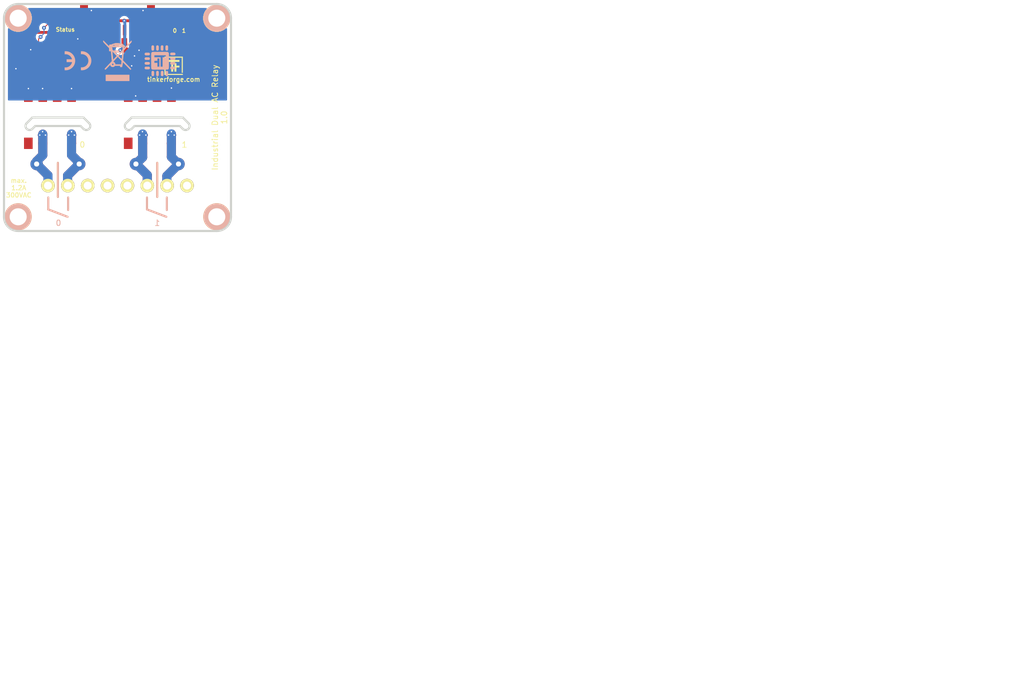
<source format=kicad_pcb>
(kicad_pcb (version 20171130) (host pcbnew 5.1.6-c6e7f7d~87~ubuntu20.04.1)

  (general
    (thickness 1.6002)
    (drawings 49)
    (tracks 244)
    (zones 0)
    (modules 29)
    (nets 55)
  )

  (page A4)
  (title_block
    (title "Industrial Dual AC Relay Bricklet")
    (date 2020-08-03)
    (rev 1.0)
    (company "Tinkerforge GmbH")
    (comment 1 "Licensed under CERN OHL v.1.1")
    (comment 2 "Copyright (©) 2020, T.Schneidmann <tim@tinkerforge.com>")
  )

  (layers
    (0 Front signal)
    (31 Back signal)
    (32 B.Adhes user)
    (33 F.Adhes user)
    (34 B.Paste user)
    (35 F.Paste user)
    (36 B.SilkS user)
    (37 F.SilkS user)
    (38 B.Mask user)
    (39 F.Mask user)
    (40 Dwgs.User user)
    (41 Cmts.User user)
    (42 Eco1.User user)
    (43 Eco2.User user)
    (44 Edge.Cuts user)
    (45 Margin user)
    (46 B.CrtYd user)
    (47 F.CrtYd user)
    (48 B.Fab user)
    (49 F.Fab user)
  )

  (setup
    (last_trace_width 1.6)
    (user_trace_width 0.14986)
    (user_trace_width 0.29972)
    (user_trace_width 0.50038)
    (user_trace_width 1.00076)
    (user_trace_width 1.6)
    (user_trace_width 2)
    (trace_clearance 0.14986)
    (zone_clearance 0.5)
    (zone_45_only no)
    (trace_min 0.14986)
    (via_size 0.70104)
    (via_drill 0.24892)
    (via_min_size 0.70104)
    (via_min_drill 0.24892)
    (uvia_size 0.70104)
    (uvia_drill 0.24892)
    (uvias_allowed no)
    (uvia_min_size 0.70104)
    (uvia_min_drill 0.24892)
    (edge_width 0.381)
    (segment_width 0.381)
    (pcb_text_width 0.3048)
    (pcb_text_size 1.524 2.032)
    (mod_edge_width 0.381)
    (mod_text_size 1.524 1.524)
    (mod_text_width 0.3048)
    (pad_size 0.59944 2)
    (pad_drill 0)
    (pad_to_mask_clearance 0)
    (solder_mask_min_width 0.25)
    (aux_axis_origin 97.8 78.05)
    (grid_origin 97.8 78.05)
    (visible_elements FFFFFFBF)
    (pcbplotparams
      (layerselection 0x00030_80000001)
      (usegerberextensions true)
      (usegerberattributes false)
      (usegerberadvancedattributes false)
      (creategerberjobfile false)
      (excludeedgelayer false)
      (linewidth 0.150000)
      (plotframeref false)
      (viasonmask false)
      (mode 1)
      (useauxorigin false)
      (hpglpennumber 1)
      (hpglpenspeed 20)
      (hpglpendiameter 15.000000)
      (psnegative false)
      (psa4output false)
      (plotreference false)
      (plotvalue false)
      (plotinvisibletext false)
      (padsonsilk false)
      (subtractmaskfromsilk false)
      (outputformat 1)
      (mirror false)
      (drillshape 0)
      (scaleselection 1)
      (outputdirectory "prod/"))
  )

  (net 0 "")
  (net 1 3V3)
  (net 2 GND)
  (net 3 OUTPUT1)
  (net 4 "Net-(P1-Pad4)")
  (net 5 "Net-(P1-Pad5)")
  (net 6 "Net-(P1-Pad6)")
  (net 7 "Net-(P2-Pad2)")
  (net 8 "Net-(P2-Pad3)")
  (net 9 "Net-(P2-Pad4)")
  (net 10 "Net-(P2-Pad1)")
  (net 11 "Net-(P2-Pad5)")
  (net 12 "Net-(P2-Pad6)")
  (net 13 "Net-(P2-Pad7)")
  (net 14 "Net-(P2-Pad8)")
  (net 15 "Net-(RP1-Pad6)")
  (net 16 "Net-(RP1-Pad7)")
  (net 17 "Net-(C2-Pad1)")
  (net 18 "Net-(D1-Pad2)")
  (net 19 "Net-(P3-Pad1)")
  (net 20 "Net-(P4-Pad2)")
  (net 21 "Net-(R5-Pad1)")
  (net 22 S-MISO)
  (net 23 S-MOSI)
  (net 24 S-CLK)
  (net 25 S-CS)
  (net 26 LED0)
  (net 27 LED1)
  (net 28 OUTPUT0)
  (net 29 "Net-(D2-Pad2)")
  (net 30 "Net-(D5-Pad2)")
  (net 31 "Net-(P1-Pad1)")
  (net 32 "Net-(U1-Pad2)")
  (net 33 "Net-(U1-Pad3)")
  (net 34 "Net-(U1-Pad4)")
  (net 35 "Net-(U1-Pad5)")
  (net 36 "Net-(U1-Pad6)")
  (net 37 "Net-(U1-Pad8)")
  (net 38 "Net-(U1-Pad11)")
  (net 39 "Net-(U2-Pad5)")
  (net 40 "Net-(U5-Pad5)")
  (net 41 "Net-(RP1-Pad2)")
  (net 42 "Net-(RP1-Pad3)")
  (net 43 "Net-(RP3-Pad2)")
  (net 44 "Net-(RP3-Pad3)")
  (net 45 "Net-(RP3-Pad6)")
  (net 46 "Net-(RP3-Pad7)")
  (net 47 "Net-(RP4-Pad2)")
  (net 48 "Net-(RP4-Pad3)")
  (net 49 "Net-(U1-Pad16)")
  (net 50 "Net-(U1-Pad17)")
  (net 51 "Net-(U1-Pad18)")
  (net 52 "Net-(U1-Pad19)")
  (net 53 "Net-(RP1-Pad1)")
  (net 54 "Net-(RP1-Pad4)")

  (net_class Default "This is the default net class."
    (clearance 0.14986)
    (trace_width 0.14986)
    (via_dia 0.70104)
    (via_drill 0.24892)
    (uvia_dia 0.70104)
    (uvia_drill 0.24892)
    (add_net 3V3)
    (add_net GND)
    (add_net LED0)
    (add_net LED1)
    (add_net "Net-(C2-Pad1)")
    (add_net "Net-(D1-Pad2)")
    (add_net "Net-(D2-Pad2)")
    (add_net "Net-(D5-Pad2)")
    (add_net "Net-(P1-Pad1)")
    (add_net "Net-(P1-Pad4)")
    (add_net "Net-(P1-Pad5)")
    (add_net "Net-(P1-Pad6)")
    (add_net "Net-(P2-Pad1)")
    (add_net "Net-(P2-Pad2)")
    (add_net "Net-(P2-Pad3)")
    (add_net "Net-(P2-Pad4)")
    (add_net "Net-(P2-Pad5)")
    (add_net "Net-(P2-Pad6)")
    (add_net "Net-(P2-Pad7)")
    (add_net "Net-(P2-Pad8)")
    (add_net "Net-(P3-Pad1)")
    (add_net "Net-(P4-Pad2)")
    (add_net "Net-(R5-Pad1)")
    (add_net "Net-(RP1-Pad1)")
    (add_net "Net-(RP1-Pad2)")
    (add_net "Net-(RP1-Pad3)")
    (add_net "Net-(RP1-Pad4)")
    (add_net "Net-(RP1-Pad6)")
    (add_net "Net-(RP1-Pad7)")
    (add_net "Net-(RP3-Pad2)")
    (add_net "Net-(RP3-Pad3)")
    (add_net "Net-(RP3-Pad6)")
    (add_net "Net-(RP3-Pad7)")
    (add_net "Net-(RP4-Pad2)")
    (add_net "Net-(RP4-Pad3)")
    (add_net "Net-(U1-Pad11)")
    (add_net "Net-(U1-Pad16)")
    (add_net "Net-(U1-Pad17)")
    (add_net "Net-(U1-Pad18)")
    (add_net "Net-(U1-Pad19)")
    (add_net "Net-(U1-Pad2)")
    (add_net "Net-(U1-Pad3)")
    (add_net "Net-(U1-Pad4)")
    (add_net "Net-(U1-Pad5)")
    (add_net "Net-(U1-Pad6)")
    (add_net "Net-(U1-Pad8)")
    (add_net "Net-(U2-Pad5)")
    (add_net "Net-(U5-Pad5)")
    (add_net OUTPUT0)
    (add_net OUTPUT1)
    (add_net S-CLK)
    (add_net S-CS)
    (add_net S-MISO)
    (add_net S-MOSI)
  )

  (module kicad-libraries:Logo_CoMCU (layer Back) (tedit 0) (tstamp 5F27F1F7)
    (at 125.3 48.05 180)
    (fp_text reference G*** (at 0 0) (layer B.SilkS) hide
      (effects (font (size 1.524 1.524) (thickness 0.3)) (justify mirror))
    )
    (fp_text value LOGO (at 0.75 0) (layer B.SilkS) hide
      (effects (font (size 1.524 1.524) (thickness 0.3)) (justify mirror))
    )
    (fp_poly (pts (xy -1.083326 -1.807455) (xy -1.021749 -1.855631) (xy -0.996708 -1.88908) (xy -0.98448 -1.910311)
      (xy -0.975442 -1.932303) (xy -0.969114 -1.959961) (xy -0.965016 -1.99819) (xy -0.962667 -2.051895)
      (xy -0.961588 -2.125983) (xy -0.961298 -2.225358) (xy -0.961292 -2.250831) (xy -0.961474 -2.356363)
      (xy -0.962341 -2.435539) (xy -0.964372 -2.493265) (xy -0.968048 -2.534447) (xy -0.97385 -2.563989)
      (xy -0.982256 -2.586797) (xy -0.993749 -2.607776) (xy -0.996708 -2.612582) (xy -1.0485 -2.669267)
      (xy -1.116082 -2.705676) (xy -1.191105 -2.719696) (xy -1.265225 -2.709215) (xy -1.305169 -2.690672)
      (xy -1.339545 -2.669002) (xy -1.365843 -2.648992) (xy -1.385145 -2.62629) (xy -1.398532 -2.596544)
      (xy -1.407086 -2.555401) (xy -1.411889 -2.498508) (xy -1.414022 -2.421512) (xy -1.414569 -2.320062)
      (xy -1.414584 -2.250449) (xy -1.414584 -1.909473) (xy -1.375507 -1.867651) (xy -1.30749 -1.813994)
      (xy -1.232151 -1.7863) (xy -1.155444 -1.784232) (xy -1.083326 -1.807455)) (layer B.SilkS) (width 0.01))
    (fp_poly (pts (xy -0.287426 -1.800234) (xy -0.220294 -1.840199) (xy -0.176157 -1.889727) (xy -0.163976 -1.909422)
      (xy -0.154954 -1.930045) (xy -0.148618 -1.956407) (xy -0.144496 -1.993319) (xy -0.142116 -2.045593)
      (xy -0.141004 -2.11804) (xy -0.140687 -2.215471) (xy -0.140677 -2.250831) (xy -0.140845 -2.356825)
      (xy -0.141665 -2.43637) (xy -0.143609 -2.494276) (xy -0.147151 -2.535356) (xy -0.152762 -2.56442)
      (xy -0.160916 -2.586281) (xy -0.172086 -2.605749) (xy -0.176157 -2.611935) (xy -0.233584 -2.671915)
      (xy -0.305711 -2.707875) (xy -0.38535 -2.717967) (xy -0.465312 -2.700346) (xy -0.484797 -2.691244)
      (xy -0.53575 -2.650252) (xy -0.575196 -2.593551) (xy -0.587718 -2.567953) (xy -0.596833 -2.543045)
      (xy -0.602985 -2.513656) (xy -0.606613 -2.474614) (xy -0.60816 -2.420747) (xy -0.608067 -2.346881)
      (xy -0.606776 -2.247846) (xy -0.606458 -2.227385) (xy -0.604651 -2.123601) (xy -0.602566 -2.04616)
      (xy -0.59961 -1.990143) (xy -0.595191 -1.950633) (xy -0.588714 -1.922712) (xy -0.579587 -1.901463)
      (xy -0.567217 -1.881967) (xy -0.564291 -1.877832) (xy -0.507432 -1.822397) (xy -0.437799 -1.791125)
      (xy -0.362195 -1.783807) (xy -0.287426 -1.800234)) (layer B.SilkS) (width 0.01))
    (fp_poly (pts (xy 0.473995 -1.786675) (xy 0.555073 -1.805797) (xy 0.617389 -1.84902) (xy 0.658815 -1.907213)
      (xy 0.669288 -1.930311) (xy 0.67693 -1.958095) (xy 0.682167 -1.995603) (xy 0.685428 -2.047877)
      (xy 0.68714 -2.119956) (xy 0.687731 -2.216879) (xy 0.687754 -2.248225) (xy 0.686957 -2.365713)
      (xy 0.683869 -2.456527) (xy 0.677448 -2.52523) (xy 0.666651 -2.576385) (xy 0.650435 -2.614554)
      (xy 0.627757 -2.6443) (xy 0.597573 -2.670185) (xy 0.590045 -2.675656) (xy 0.523925 -2.705859)
      (xy 0.446804 -2.715881) (xy 0.372136 -2.70476) (xy 0.344189 -2.693266) (xy 0.298269 -2.660346)
      (xy 0.25801 -2.61722) (xy 0.254312 -2.611935) (xy 0.24213 -2.59224) (xy 0.233108 -2.571617)
      (xy 0.226773 -2.545256) (xy 0.222651 -2.508344) (xy 0.22027 -2.45607) (xy 0.219158 -2.383623)
      (xy 0.218842 -2.286191) (xy 0.218831 -2.250831) (xy 0.218999 -2.144837) (xy 0.219819 -2.065292)
      (xy 0.221764 -2.007386) (xy 0.225305 -1.966306) (xy 0.230917 -1.937242) (xy 0.239071 -1.915382)
      (xy 0.25024 -1.895913) (xy 0.254312 -1.889727) (xy 0.312661 -1.828001) (xy 0.386221 -1.793287)
      (xy 0.47287 -1.78658) (xy 0.473995 -1.786675)) (layer B.SilkS) (width 0.01))
    (fp_poly (pts (xy 1.346689 -1.796257) (xy 1.417899 -1.835911) (xy 1.459615 -1.876331) (xy 1.500554 -1.924984)
      (xy 1.500554 -2.576679) (xy 1.459615 -2.625332) (xy 1.392744 -2.68417) (xy 1.31729 -2.714883)
      (xy 1.237726 -2.716573) (xy 1.15852 -2.688344) (xy 1.155117 -2.686403) (xy 1.118225 -2.663117)
      (xy 1.090106 -2.638629) (xy 1.069578 -2.608492) (xy 1.055461 -2.568257) (xy 1.046573 -2.513474)
      (xy 1.041732 -2.439696) (xy 1.039757 -2.342474) (xy 1.039447 -2.250831) (xy 1.039629 -2.145299)
      (xy 1.040495 -2.066123) (xy 1.042527 -2.008397) (xy 1.046203 -1.967215) (xy 1.052004 -1.937674)
      (xy 1.060411 -1.914866) (xy 1.071903 -1.893886) (xy 1.074862 -1.88908) (xy 1.128828 -1.828558)
      (xy 1.196134 -1.79278) (xy 1.270761 -1.781947) (xy 1.346689 -1.796257)) (layer B.SilkS) (width 0.01))
    (fp_poly (pts (xy 1.401473 1.517994) (xy 1.47671 1.460826) (xy 1.52785 1.38703) (xy 1.544753 1.345821)
      (xy 1.548306 1.326172) (xy 1.551427 1.288223) (xy 1.554134 1.230636) (xy 1.556445 1.152071)
      (xy 1.558379 1.051191) (xy 1.559953 0.926656) (xy 1.561186 0.777128) (xy 1.562096 0.601268)
      (xy 1.5627 0.397737) (xy 1.563017 0.165198) (xy 1.563077 -0.01065) (xy 1.563023 -0.246037)
      (xy 1.562836 -0.452171) (xy 1.56248 -0.631062) (xy 1.561921 -0.78472) (xy 1.561121 -0.915154)
      (xy 1.560047 -1.024374) (xy 1.558661 -1.114388) (xy 1.556928 -1.187205) (xy 1.554812 -1.244836)
      (xy 1.552278 -1.28929) (xy 1.54929 -1.322576) (xy 1.545813 -1.346702) (xy 1.541809 -1.36368)
      (xy 1.538885 -1.371889) (xy 1.490496 -1.453457) (xy 1.420224 -1.514817) (xy 1.387854 -1.533337)
      (xy 1.376626 -1.538582) (xy 1.363374 -1.543171) (xy 1.346058 -1.547145) (xy 1.322638 -1.550548)
      (xy 1.291076 -1.553423) (xy 1.249332 -1.555812) (xy 1.195365 -1.557757) (xy 1.127137 -1.559302)
      (xy 1.042608 -1.56049) (xy 0.939738 -1.561362) (xy 0.816487 -1.561961) (xy 0.670817 -1.562331)
      (xy 0.500687 -1.562513) (xy 0.304058 -1.562552) (xy 0.078891 -1.562488) (xy -0.003285 -1.562451)
      (xy -0.24064 -1.562292) (xy -0.448714 -1.562028) (xy -0.629489 -1.561622) (xy -0.784944 -1.561039)
      (xy -0.917061 -1.560241) (xy -1.027821 -1.559192) (xy -1.119205 -1.557856) (xy -1.193192 -1.556197)
      (xy -1.251765 -1.554178) (xy -1.296903 -1.551762) (xy -1.330588 -1.548914) (xy -1.354801 -1.545598)
      (xy -1.371521 -1.541775) (xy -1.382731 -1.537411) (xy -1.383323 -1.537105) (xy -1.46355 -1.481491)
      (xy -1.519889 -1.409949) (xy -1.533534 -1.383323) (xy -1.53865 -1.370983) (xy -1.543125 -1.35621)
      (xy -1.547003 -1.336953) (xy -1.550328 -1.311158) (xy -1.553142 -1.276771) (xy -1.555489 -1.231739)
      (xy -1.557412 -1.174008) (xy -1.558954 -1.101527) (xy -1.560159 -1.012239) (xy -1.56107 -0.904094)
      (xy -1.56173 -0.775037) (xy -1.562183 -0.623015) (xy -1.562472 -0.445974) (xy -1.56264 -0.241862)
      (xy -1.562731 -0.008624) (xy -1.562733 0.001449) (xy -1.562984 0.969107) (xy -1.016 0.969107)
      (xy -1.016 0.6096) (xy -0.453292 0.6096) (xy -0.453292 -1.047262) (xy -0.093784 -1.047262)
      (xy -0.093784 0.4064) (xy 0.109416 0.4064) (xy 0.109416 -1.047262) (xy 0.468923 -1.047262)
      (xy 0.468923 -0.375139) (xy 1.00037 -0.375139) (xy 1.00037 -0.016387) (xy 0.738554 -0.012101)
      (xy 0.476739 -0.007816) (xy 0.472377 0.199292) (xy 0.468016 0.4064) (xy 0.109416 0.4064)
      (xy -0.093784 0.4064) (xy -0.093784 0.6096) (xy 1.00037 0.6096) (xy 1.00037 0.969107)
      (xy -1.016 0.969107) (xy -1.562984 0.969107) (xy -1.563077 1.323698) (xy -1.526694 1.392587)
      (xy -1.471264 1.464884) (xy -1.414596 1.508369) (xy -1.338882 1.555261) (xy 1.336431 1.555261)
      (xy 1.401473 1.517994)) (layer B.SilkS) (width 0.01))
    (fp_poly (pts (xy 2.625332 -1.088201) (xy 2.685044 -1.155778) (xy 2.715461 -1.231666) (xy 2.715908 -1.312741)
      (xy 2.68998 -1.387854) (xy 2.667293 -1.426985) (xy 2.6417 -1.456709) (xy 2.608709 -1.478365)
      (xy 2.563823 -1.493288) (xy 2.502548 -1.502818) (xy 2.420388 -1.508291) (xy 2.31285 -1.511044)
      (xy 2.274277 -1.511548) (xy 2.180828 -1.51188) (xy 2.095835 -1.510833) (xy 2.025218 -1.508585)
      (xy 1.974898 -1.505314) (xy 1.952496 -1.50186) (xy 1.873902 -1.46247) (xy 1.817978 -1.40323)
      (xy 1.787231 -1.327479) (xy 1.781908 -1.274677) (xy 1.796929 -1.193757) (xy 1.841938 -1.12155)
      (xy 1.876331 -1.088201) (xy 1.924984 -1.047262) (xy 2.576679 -1.047262) (xy 2.625332 -1.088201)) (layer B.SilkS) (width 0.01))
    (fp_poly (pts (xy -2.144664 -1.032091) (xy -2.064804 -1.033586) (xy -2.006301 -1.03656) (xy -1.964209 -1.041409)
      (xy -1.933578 -1.048525) (xy -1.909462 -1.058304) (xy -1.908065 -1.059009) (xy -1.842404 -1.107477)
      (xy -1.801986 -1.173785) (xy -1.786675 -1.24539) (xy -1.793035 -1.332185) (xy -1.827414 -1.405917)
      (xy -1.888818 -1.464464) (xy -1.889727 -1.465073) (xy -1.909422 -1.477255) (xy -1.930044 -1.486277)
      (xy -1.956406 -1.492613) (xy -1.993318 -1.496734) (xy -2.045592 -1.499115) (xy -2.118039 -1.500227)
      (xy -2.215471 -1.500544) (xy -2.25083 -1.500554) (xy -2.356825 -1.500386) (xy -2.436369 -1.499566)
      (xy -2.494275 -1.497622) (xy -2.535355 -1.49408) (xy -2.56442 -1.488469) (xy -2.58628 -1.480315)
      (xy -2.605748 -1.469145) (xy -2.611934 -1.465073) (xy -2.67366 -1.406724) (xy -2.708374 -1.333164)
      (xy -2.715081 -1.246515) (xy -2.714986 -1.24539) (xy -2.695173 -1.162623) (xy -2.651032 -1.0991)
      (xy -2.593596 -1.059009) (xy -2.569721 -1.049052) (xy -2.53964 -1.041781) (xy -2.498405 -1.036803)
      (xy -2.441067 -1.033724) (xy -2.362679 -1.032148) (xy -2.258293 -1.031681) (xy -2.25083 -1.03168)
      (xy -2.144664 -1.032091)) (layer B.SilkS) (width 0.01))
    (fp_poly (pts (xy -2.132431 -0.219281) (xy -2.040949 -0.221362) (xy -1.972047 -0.226169) (xy -1.921386 -0.234797)
      (xy -1.884628 -0.248342) (xy -1.857433 -0.2679) (xy -1.835463 -0.294566) (xy -1.814642 -0.328967)
      (xy -1.787837 -0.405867) (xy -1.788061 -0.485725) (xy -1.813376 -0.56095) (xy -1.861841 -0.623954)
      (xy -1.896704 -0.65007) (xy -1.918451 -0.661123) (xy -1.945138 -0.669239) (xy -1.981886 -0.674942)
      (xy -2.033818 -0.678753) (xy -2.106054 -0.681194) (xy -2.203719 -0.682787) (xy -2.219569 -0.68297)
      (xy -2.312376 -0.683301) (xy -2.397323 -0.682291) (xy -2.468201 -0.680114) (xy -2.518801 -0.676945)
      (xy -2.54 -0.67395) (xy -2.6115 -0.645258) (xy -2.663676 -0.597705) (xy -2.687313 -0.561464)
      (xy -2.71546 -0.481394) (xy -2.71343 -0.39877) (xy -2.687019 -0.328967) (xy -2.66595 -0.294202)
      (xy -2.643943 -0.267627) (xy -2.61666 -0.248147) (xy -2.579761 -0.234667) (xy -2.528908 -0.226091)
      (xy -2.459763 -0.221323) (xy -2.367986 -0.219268) (xy -2.25083 -0.218831) (xy -2.132431 -0.219281)) (layer B.SilkS) (width 0.01))
    (fp_poly (pts (xy 2.356997 -0.219291) (xy 2.436858 -0.220786) (xy 2.49536 -0.22376) (xy 2.537453 -0.228609)
      (xy 2.568083 -0.235725) (xy 2.5922 -0.245504) (xy 2.593597 -0.246209) (xy 2.65655 -0.289813)
      (xy 2.694571 -0.34632) (xy 2.710814 -0.421249) (xy 2.711939 -0.453293) (xy 2.702661 -0.536083)
      (xy 2.672726 -0.598492) (xy 2.618977 -0.64604) (xy 2.593597 -0.660376) (xy 2.55349 -0.67205)
      (xy 2.488955 -0.680906) (xy 2.406699 -0.686944) (xy 2.313429 -0.690163) (xy 2.215851 -0.690564)
      (xy 2.120673 -0.688147) (xy 2.034601 -0.682911) (xy 1.964341 -0.674857) (xy 1.9166 -0.663985)
      (xy 1.908065 -0.660376) (xy 1.845112 -0.616772) (xy 1.807091 -0.560266) (xy 1.790848 -0.485336)
      (xy 1.789723 -0.453293) (xy 1.799001 -0.370503) (xy 1.828936 -0.308094) (xy 1.882685 -0.260545)
      (xy 1.908065 -0.246209) (xy 1.93194 -0.236252) (xy 1.962021 -0.228981) (xy 2.003257 -0.224003)
      (xy 2.060594 -0.220924) (xy 2.138982 -0.219348) (xy 2.243368 -0.218881) (xy 2.250831 -0.21888)
      (xy 2.356997 -0.219291)) (layer B.SilkS) (width 0.01))
    (fp_poly (pts (xy -2.137202 0.609403) (xy -2.059333 0.608536) (xy -2.002899 0.60648) (xy -1.962986 0.602738)
      (xy -1.934681 0.596816) (xy -1.91307 0.588218) (xy -1.893242 0.576449) (xy -1.889727 0.574119)
      (xy -1.828001 0.51577) (xy -1.793286 0.44221) (xy -1.78658 0.355561) (xy -1.786675 0.354435)
      (xy -1.806488 0.271668) (xy -1.850628 0.208146) (xy -1.908065 0.168055) (xy -1.93194 0.158097)
      (xy -1.962021 0.150827) (xy -2.003256 0.145849) (xy -2.060594 0.142769) (xy -2.138981 0.141193)
      (xy -2.243367 0.140727) (xy -2.25083 0.140725) (xy -2.356997 0.141136) (xy -2.436857 0.142631)
      (xy -2.49536 0.145606) (xy -2.537452 0.150454) (xy -2.568083 0.157571) (xy -2.592199 0.16735)
      (xy -2.593596 0.168055) (xy -2.656549 0.211659) (xy -2.69457 0.268165) (xy -2.710814 0.343095)
      (xy -2.711938 0.375138) (xy -2.702661 0.457928) (xy -2.672725 0.520337) (xy -2.618976 0.567886)
      (xy -2.593596 0.582222) (xy -2.570158 0.592023) (xy -2.54065 0.599225) (xy -2.500224 0.604203)
      (xy -2.444036 0.607334) (xy -2.36724 0.608995) (xy -2.264989 0.60956) (xy -2.241419 0.609575)
      (xy -2.137202 0.609403)) (layer B.SilkS) (width 0.01))
    (fp_poly (pts (xy 2.357374 0.601529) (xy 2.43751 0.600481) (xy 2.496093 0.598215) (xy 2.537977 0.594308)
      (xy 2.568013 0.588335) (xy 2.591056 0.579873) (xy 2.608571 0.570523) (xy 2.669584 0.518266)
      (xy 2.706549 0.451671) (xy 2.719059 0.376852) (xy 2.706708 0.299927) (xy 2.669088 0.22701)
      (xy 2.634047 0.187569) (xy 2.6193 0.174481) (xy 2.603917 0.164655) (xy 2.583408 0.157574)
      (xy 2.553287 0.152717) (xy 2.509065 0.149566) (xy 2.446254 0.147602) (xy 2.360367 0.146306)
      (xy 2.269147 0.145374) (xy 2.170628 0.144855) (xy 2.081921 0.145205) (xy 2.008084 0.146337)
      (xy 1.954174 0.148165) (xy 1.925249 0.150604) (xy 1.922585 0.151271) (xy 1.894516 0.167908)
      (xy 1.862484 0.193466) (xy 1.81129 0.258281) (xy 1.785613 0.332225) (xy 1.784979 0.408642)
      (xy 1.808912 0.480878) (xy 1.856939 0.54228) (xy 1.88908 0.566369) (xy 1.910311 0.578597)
      (xy 1.932303 0.587634) (xy 1.959961 0.593962) (xy 1.99819 0.59806) (xy 2.051895 0.600409)
      (xy 2.125983 0.601488) (xy 2.225358 0.601779) (xy 2.250831 0.601784) (xy 2.357374 0.601529)) (layer B.SilkS) (width 0.01))
    (fp_poly (pts (xy 2.358119 1.422191) (xy 2.437377 1.421379) (xy 2.495031 1.419428) (xy 2.535908 1.415862)
      (xy 2.564837 1.410207) (xy 2.586646 1.401986) (xy 2.606162 1.390723) (xy 2.611935 1.386919)
      (xy 2.672005 1.330519) (xy 2.707542 1.262302) (xy 2.718829 1.188581) (xy 2.706147 1.115669)
      (xy 2.669779 1.049879) (xy 2.610005 0.997526) (xy 2.594147 0.988646) (xy 2.567241 0.975881)
      (xy 2.540302 0.966688) (xy 2.507831 0.960531) (xy 2.464326 0.956876) (xy 2.404287 0.955186)
      (xy 2.322212 0.954926) (xy 2.251427 0.95529) (xy 2.159967 0.956316) (xy 2.077762 0.958029)
      (xy 2.010598 0.960245) (xy 1.96426 0.962782) (xy 1.946031 0.96493) (xy 1.877178 0.996275)
      (xy 1.826727 1.047211) (xy 1.795417 1.111533) (xy 1.783992 1.183036) (xy 1.793192 1.255516)
      (xy 1.823759 1.322767) (xy 1.876435 1.378584) (xy 1.895088 1.391223) (xy 1.915263 1.402008)
      (xy 1.938543 1.409983) (xy 1.969733 1.415566) (xy 2.013636 1.419174) (xy 2.075056 1.421228)
      (xy 2.158797 1.422144) (xy 2.252427 1.422341) (xy 2.358119 1.422191)) (layer B.SilkS) (width 0.01))
    (fp_poly (pts (xy -2.150399 1.437756) (xy -2.075727 1.436559) (xy -2.021313 1.433874) (xy -1.981657 1.429138)
      (xy -1.951258 1.421788) (xy -1.924616 1.411261) (xy -1.907514 1.402861) (xy -1.840944 1.353392)
      (xy -1.798796 1.28934) (xy -1.781652 1.216339) (xy -1.790093 1.140029) (xy -1.8247 1.066045)
      (xy -1.867614 1.016) (xy -1.882402 1.002906) (xy -1.897905 0.99306) (xy -1.918613 0.985926)
      (xy -1.949016 0.980971) (xy -1.993602 0.97766) (xy -2.056862 0.975459) (xy -2.143285 0.973835)
      (xy -2.232515 0.972585) (xy -2.341844 0.971309) (xy -2.424559 0.971039) (xy -2.485298 0.972112)
      (xy -2.528702 0.974867) (xy -2.559409 0.97964) (xy -2.582059 0.98677) (xy -2.601291 0.996593)
      (xy -2.606573 0.999796) (xy -2.668381 1.054024) (xy -2.705999 1.120889) (xy -2.719624 1.194084)
      (xy -2.709448 1.267303) (xy -2.675667 1.334239) (xy -2.618474 1.388585) (xy -2.594146 1.402861)
      (xy -2.567067 1.415649) (xy -2.539651 1.424909) (xy -2.5064 1.431205) (xy -2.461813 1.435099)
      (xy -2.400388 1.437156) (xy -2.316626 1.437938) (xy -2.25083 1.43803) (xy -2.150399 1.437756)) (layer B.SilkS) (width 0.01))
    (fp_poly (pts (xy -1.127911 2.708395) (xy -1.067189 2.688788) (xy -1.052315 2.679565) (xy -1.020001 2.653051)
      (xy -0.995529 2.624111) (xy -0.977836 2.588125) (xy -0.965857 2.540477) (xy -0.958528 2.476546)
      (xy -0.954784 2.391713) (xy -0.953562 2.28136) (xy -0.953525 2.25083) (xy -0.954319 2.133571)
      (xy -0.957393 2.042957) (xy -0.963784 1.974396) (xy -0.97453 1.923296) (xy -0.990669 1.885065)
      (xy -1.013237 1.855112) (xy -1.043272 1.828844) (xy -1.050005 1.82382) (xy -1.109476 1.796533)
      (xy -1.182194 1.786027) (xy -1.254505 1.793159) (xy -1.296242 1.808396) (xy -1.333922 1.829753)
      (xy -1.362661 1.851947) (xy -1.383742 1.879412) (xy -1.39845 1.916584) (xy -1.408067 1.967897)
      (xy -1.413877 2.037786) (xy -1.417164 2.130686) (xy -1.418952 2.232388) (xy -1.419999 2.351896)
      (xy -1.418685 2.444662) (xy -1.414052 2.515174) (xy -1.405143 2.56792) (xy -1.391001 2.607389)
      (xy -1.370668 2.638067) (xy -1.343187 2.664444) (xy -1.323561 2.679565) (xy -1.268905 2.703784)
      (xy -1.199418 2.713394) (xy -1.127911 2.708395)) (layer B.SilkS) (width 0.01))
    (fp_poly (pts (xy -0.256169 2.694381) (xy -0.195331 2.645892) (xy -0.160215 2.594146) (xy -0.147427 2.567067)
      (xy -0.138167 2.539651) (xy -0.131871 2.5064) (xy -0.127977 2.461813) (xy -0.12592 2.400388)
      (xy -0.125138 2.316626) (xy -0.125046 2.25083) (xy -0.12532 2.150399) (xy -0.126518 2.075727)
      (xy -0.129203 2.021313) (xy -0.133938 1.981657) (xy -0.141288 1.951258) (xy -0.151815 1.924616)
      (xy -0.160215 1.907514) (xy -0.208103 1.844368) (xy -0.272338 1.801786) (xy -0.345588 1.782004)
      (xy -0.420518 1.787259) (xy -0.476738 1.810989) (xy -0.511115 1.83266) (xy -0.537413 1.85267)
      (xy -0.556714 1.875372) (xy -0.570101 1.905118) (xy -0.578655 1.946261) (xy -0.583458 2.003154)
      (xy -0.585592 2.080149) (xy -0.586138 2.181599) (xy -0.586153 2.251212) (xy -0.586153 2.592189)
      (xy -0.547077 2.63401) (xy -0.478495 2.688414) (xy -0.40339 2.716223) (xy -0.327402 2.718018)
      (xy -0.256169 2.694381)) (layer B.SilkS) (width 0.01))
    (fp_poly (pts (xy 0.512077 2.712) (xy 0.582008 2.681693) (xy 0.641477 2.626914) (xy 0.652273 2.611934)
      (xy 0.664483 2.59219) (xy 0.673516 2.571519) (xy 0.679849 2.545095) (xy 0.683958 2.508088)
      (xy 0.686317 2.455671) (xy 0.687404 2.383015) (xy 0.687693 2.285292) (xy 0.687696 2.252427)
      (xy 0.687423 2.145625) (xy 0.686374 2.065279) (xy 0.684129 2.006584) (xy 0.680271 1.964739)
      (xy 0.67438 1.934938) (xy 0.666039 1.912377) (xy 0.656577 1.895088) (xy 0.601994 1.833255)
      (xy 0.531919 1.795152) (xy 0.453186 1.782627) (xy 0.372631 1.79753) (xy 0.343633 1.810418)
      (xy 0.29221 1.851946) (xy 0.254 1.907514) (xy 0.241212 1.934594) (xy 0.231952 1.962009)
      (xy 0.225657 1.995261) (xy 0.221762 2.039848) (xy 0.219706 2.101273) (xy 0.218923 2.185035)
      (xy 0.218831 2.25083) (xy 0.219105 2.351262) (xy 0.220303 2.425934) (xy 0.222988 2.480348)
      (xy 0.227723 2.520004) (xy 0.235073 2.550403) (xy 0.245601 2.577045) (xy 0.254 2.594146)
      (xy 0.302646 2.658908) (xy 0.366082 2.700325) (xy 0.437997 2.718116) (xy 0.512077 2.712)) (layer B.SilkS) (width 0.01))
    (fp_poly (pts (xy 1.302426 2.714986) (xy 1.385193 2.695173) (xy 1.448716 2.651032) (xy 1.488807 2.593596)
      (xy 1.498765 2.569721) (xy 1.506035 2.53964) (xy 1.511013 2.498405) (xy 1.514092 2.441067)
      (xy 1.515668 2.362679) (xy 1.516135 2.258293) (xy 1.516136 2.25083) (xy 1.515342 2.133571)
      (xy 1.512268 2.042957) (xy 1.505877 1.974396) (xy 1.495131 1.923296) (xy 1.478993 1.885065)
      (xy 1.456425 1.855112) (xy 1.426389 1.828844) (xy 1.419657 1.82382) (xy 1.360147 1.796527)
      (xy 1.287294 1.78604) (xy 1.214634 1.793205) (xy 1.17262 1.808396) (xy 1.1267 1.841315)
      (xy 1.086441 1.884441) (xy 1.082743 1.889727) (xy 1.070561 1.909422) (xy 1.061539 1.930044)
      (xy 1.055203 1.956406) (xy 1.051082 1.993318) (xy 1.048701 2.045592) (xy 1.047589 2.118039)
      (xy 1.047272 2.215471) (xy 1.047262 2.25083) (xy 1.04743 2.356825) (xy 1.04825 2.436369)
      (xy 1.050194 2.494275) (xy 1.053736 2.535355) (xy 1.059347 2.56442) (xy 1.067501 2.58628)
      (xy 1.078671 2.605748) (xy 1.082743 2.611934) (xy 1.141092 2.67366) (xy 1.214652 2.708374)
      (xy 1.301301 2.715081) (xy 1.302426 2.714986)) (layer B.SilkS) (width 0.01))
  )

  (module kicad-libraries:CE_5mm (layer Back) (tedit 5922FFD4) (tstamp 5F27F13B)
    (at 110.8 48.05 180)
    (fp_text reference VAL (at 0 0) (layer B.SilkS) hide
      (effects (font (size 0.2 0.2) (thickness 0.05)) (justify mirror))
    )
    (fp_text value CE_5mm (at 0 0) (layer B.SilkS) hide
      (effects (font (size 0.2 0.2) (thickness 0.05)) (justify mirror))
    )
    (fp_poly (pts (xy -0.55372 -1.67132) (xy -0.5715 -1.67386) (xy -0.57912 -1.6764) (xy -0.59436 -1.6764)
      (xy -0.61214 -1.6764) (xy -0.635 -1.6764) (xy -0.65786 -1.67894) (xy -0.68326 -1.67894)
      (xy -0.70866 -1.67894) (xy -0.73406 -1.67894) (xy -0.75692 -1.67894) (xy -0.7747 -1.67894)
      (xy -0.7874 -1.67894) (xy -0.79756 -1.67894) (xy -0.80518 -1.67894) (xy -0.82042 -1.6764)
      (xy -0.83566 -1.6764) (xy -0.85598 -1.67386) (xy -0.95758 -1.66116) (xy -1.05664 -1.64338)
      (xy -1.15824 -1.62052) (xy -1.2573 -1.59004) (xy -1.35382 -1.55194) (xy -1.40462 -1.53162)
      (xy -1.49606 -1.4859) (xy -1.58496 -1.4351) (xy -1.67386 -1.37922) (xy -1.75514 -1.31826)
      (xy -1.83642 -1.24968) (xy -1.91008 -1.17856) (xy -1.9812 -1.10236) (xy -2.04724 -1.02108)
      (xy -2.1082 -0.93726) (xy -2.14884 -0.87376) (xy -2.18694 -0.80772) (xy -2.2225 -0.7366)
      (xy -2.25552 -0.66548) (xy -2.286 -0.59436) (xy -2.30886 -0.52324) (xy -2.3114 -0.51562)
      (xy -2.34188 -0.41402) (xy -2.36474 -0.30988) (xy -2.37998 -0.20574) (xy -2.39014 -0.09906)
      (xy -2.39268 0.00508) (xy -2.39014 0.11176) (xy -2.37998 0.2159) (xy -2.36474 0.31496)
      (xy -2.34188 0.41402) (xy -2.3114 0.51308) (xy -2.27838 0.6096) (xy -2.23774 0.70612)
      (xy -2.19202 0.79756) (xy -2.14122 0.88646) (xy -2.10566 0.9398) (xy -2.0447 1.02362)
      (xy -1.97866 1.1049) (xy -1.90754 1.1811) (xy -1.83388 1.25222) (xy -1.7526 1.31826)
      (xy -1.66878 1.38176) (xy -1.58242 1.43764) (xy -1.49098 1.48844) (xy -1.397 1.53416)
      (xy -1.30048 1.5748) (xy -1.20142 1.60782) (xy -1.19888 1.60782) (xy -1.10998 1.63322)
      (xy -1.016 1.651) (xy -0.92202 1.66624) (xy -0.8255 1.6764) (xy -0.73152 1.67894)
      (xy -0.64008 1.67894) (xy -0.58166 1.67386) (xy -0.55372 1.67386) (xy -0.55372 1.4097)
      (xy -0.55372 1.14808) (xy -0.56134 1.15062) (xy -0.57658 1.15316) (xy -0.5969 1.1557)
      (xy -0.6223 1.15824) (xy -0.65024 1.15824) (xy -0.68072 1.15824) (xy -0.71374 1.15824)
      (xy -0.74676 1.15824) (xy -0.77724 1.15824) (xy -0.80772 1.1557) (xy -0.83312 1.15316)
      (xy -0.8509 1.15062) (xy -0.9398 1.13538) (xy -1.02616 1.11506) (xy -1.10998 1.08712)
      (xy -1.19126 1.0541) (xy -1.27 1.01346) (xy -1.34366 0.97028) (xy -1.41478 0.91948)
      (xy -1.48336 0.86106) (xy -1.524 0.82296) (xy -1.58496 0.75692) (xy -1.64084 0.68834)
      (xy -1.6891 0.61468) (xy -1.73228 0.54102) (xy -1.77038 0.46228) (xy -1.8034 0.381)
      (xy -1.8288 0.29718) (xy -1.84658 0.21082) (xy -1.85928 0.12192) (xy -1.86182 0.09906)
      (xy -1.86436 0.0762) (xy -1.86436 0.04572) (xy -1.86436 0.0127) (xy -1.86436 -0.02286)
      (xy -1.86436 -0.05842) (xy -1.86182 -0.09144) (xy -1.85928 -0.12192) (xy -1.85674 -0.14986)
      (xy -1.85674 -0.16256) (xy -1.8415 -0.24384) (xy -1.82118 -0.32258) (xy -1.79578 -0.39878)
      (xy -1.7653 -0.47498) (xy -1.75006 -0.50292) (xy -1.71196 -0.57658) (xy -1.67132 -0.64516)
      (xy -1.62306 -0.70866) (xy -1.57226 -0.77216) (xy -1.524 -0.82296) (xy -1.4605 -0.88138)
      (xy -1.39192 -0.93726) (xy -1.31826 -0.98552) (xy -1.2446 -1.0287) (xy -1.16332 -1.0668)
      (xy -1.08204 -1.09728) (xy -0.99822 -1.12268) (xy -0.90932 -1.143) (xy -0.87122 -1.14808)
      (xy -0.85344 -1.15062) (xy -0.8382 -1.15316) (xy -0.8255 -1.1557) (xy -0.81026 -1.1557)
      (xy -0.79502 -1.1557) (xy -0.77724 -1.15824) (xy -0.75692 -1.15824) (xy -0.72898 -1.15824)
      (xy -0.70612 -1.15824) (xy -0.67818 -1.15824) (xy -0.65278 -1.15824) (xy -0.62738 -1.1557)
      (xy -0.60706 -1.1557) (xy -0.59182 -1.1557) (xy -0.57912 -1.15316) (xy -0.56642 -1.15316)
      (xy -0.5588 -1.15062) (xy -0.55626 -1.15062) (xy -0.55626 -1.15316) (xy -0.55626 -1.16332)
      (xy -0.55626 -1.17856) (xy -0.55626 -1.19888) (xy -0.55626 -1.22428) (xy -0.55372 -1.25476)
      (xy -0.55372 -1.28778) (xy -0.55372 -1.32334) (xy -0.55372 -1.36144) (xy -0.55372 -1.40208)
      (xy -0.55372 -1.41224) (xy -0.55372 -1.67132)) (layer B.SilkS) (width 0.00254))
    (fp_poly (pts (xy 2.3114 -1.67132) (xy 2.30124 -1.67132) (xy 2.28854 -1.67386) (xy 2.26822 -1.6764)
      (xy 2.24282 -1.6764) (xy 2.21742 -1.67894) (xy 2.18694 -1.67894) (xy 2.15646 -1.67894)
      (xy 2.12852 -1.67894) (xy 2.10058 -1.67894) (xy 2.07518 -1.67894) (xy 2.05232 -1.67894)
      (xy 2.04978 -1.67894) (xy 1.96088 -1.67132) (xy 1.87706 -1.66116) (xy 1.79578 -1.64592)
      (xy 1.7145 -1.6256) (xy 1.65862 -1.61036) (xy 1.55956 -1.57988) (xy 1.46304 -1.53924)
      (xy 1.36906 -1.49606) (xy 1.27762 -1.44526) (xy 1.18872 -1.38938) (xy 1.1049 -1.32588)
      (xy 1.02362 -1.25984) (xy 0.94742 -1.18872) (xy 0.8763 -1.11252) (xy 0.81026 -1.03378)
      (xy 0.762 -0.96774) (xy 0.70358 -0.87884) (xy 0.65024 -0.78994) (xy 0.60452 -0.69596)
      (xy 0.56642 -0.60198) (xy 0.53086 -0.50546) (xy 0.50546 -0.4064) (xy 0.4826 -0.30734)
      (xy 0.46736 -0.20828) (xy 0.4572 -0.10668) (xy 0.45466 -0.00508) (xy 0.4572 0.09398)
      (xy 0.46482 0.19558) (xy 0.48006 0.29464) (xy 0.50038 0.39624) (xy 0.52832 0.49276)
      (xy 0.56134 0.58928) (xy 0.59944 0.68326) (xy 0.64516 0.77724) (xy 0.69596 0.86868)
      (xy 0.75184 0.95504) (xy 0.79248 1.01092) (xy 0.85852 1.0922) (xy 0.9271 1.1684)
      (xy 1.0033 1.24206) (xy 1.08204 1.31064) (xy 1.16332 1.3716) (xy 1.24968 1.42748)
      (xy 1.33858 1.48082) (xy 1.43256 1.52654) (xy 1.52654 1.56718) (xy 1.6256 1.6002)
      (xy 1.72466 1.62814) (xy 1.82626 1.651) (xy 1.9304 1.66878) (xy 2.03454 1.6764)
      (xy 2.13614 1.68148) (xy 2.15392 1.68148) (xy 2.17424 1.67894) (xy 2.19964 1.67894)
      (xy 2.2225 1.67894) (xy 2.24536 1.6764) (xy 2.26568 1.67386) (xy 2.28346 1.67386)
      (xy 2.29616 1.67132) (xy 2.2987 1.67132) (xy 2.30886 1.67132) (xy 2.30886 1.40208)
      (xy 2.30886 1.13538) (xy 2.29108 1.13792) (xy 2.2352 1.143) (xy 2.17678 1.14554)
      (xy 2.11836 1.14554) (xy 2.06248 1.143) (xy 2.00914 1.13792) (xy 2.0066 1.13792)
      (xy 1.9177 1.12268) (xy 1.83134 1.10236) (xy 1.74752 1.07442) (xy 1.66878 1.0414)
      (xy 1.59004 1.0033) (xy 1.51638 0.95758) (xy 1.44526 0.90932) (xy 1.37668 0.85344)
      (xy 1.31318 0.79248) (xy 1.25476 0.72644) (xy 1.21158 0.67056) (xy 1.16586 0.60452)
      (xy 1.12268 0.53086) (xy 1.08712 0.4572) (xy 1.0541 0.37592) (xy 1.03378 0.31242)
      (xy 1.0287 0.29464) (xy 1.02616 0.28194) (xy 1.02362 0.27178) (xy 1.02108 0.2667)
      (xy 1.02362 0.2667) (xy 1.0287 0.26416) (xy 1.03378 0.26416) (xy 1.04394 0.26416)
      (xy 1.0541 0.26416) (xy 1.06934 0.26416) (xy 1.08712 0.26416) (xy 1.10998 0.26416)
      (xy 1.13538 0.26162) (xy 1.16586 0.26162) (xy 1.20142 0.26162) (xy 1.23952 0.26162)
      (xy 1.28524 0.26162) (xy 1.33604 0.26162) (xy 1.39192 0.26162) (xy 1.45542 0.26162)
      (xy 1.49352 0.26162) (xy 1.96596 0.26162) (xy 1.96596 0.01016) (xy 1.96596 -0.2413)
      (xy 1.48844 -0.24384) (xy 1.00838 -0.24384) (xy 1.02362 -0.29972) (xy 1.03632 -0.35052)
      (xy 1.05156 -0.39624) (xy 1.06934 -0.43942) (xy 1.08712 -0.48514) (xy 1.10998 -0.53086)
      (xy 1.11506 -0.54102) (xy 1.1557 -0.61722) (xy 1.20396 -0.68834) (xy 1.2573 -0.75692)
      (xy 1.31572 -0.82296) (xy 1.37922 -0.88138) (xy 1.44526 -0.93726) (xy 1.48082 -0.96266)
      (xy 1.55448 -1.01092) (xy 1.63068 -1.05156) (xy 1.70942 -1.08712) (xy 1.7907 -1.1176)
      (xy 1.87706 -1.143) (xy 1.96596 -1.16078) (xy 1.98374 -1.16332) (xy 2.01168 -1.16586)
      (xy 2.04216 -1.1684) (xy 2.07518 -1.17094) (xy 2.11074 -1.17094) (xy 2.1463 -1.17348)
      (xy 2.18186 -1.17348) (xy 2.21742 -1.17094) (xy 2.2479 -1.17094) (xy 2.27584 -1.1684)
      (xy 2.2987 -1.16586) (xy 2.30378 -1.16332) (xy 2.3114 -1.16332) (xy 2.3114 -1.41732)
      (xy 2.3114 -1.67132)) (layer B.SilkS) (width 0.00254))
  )

  (module kicad-libraries:WEEE_7mm (layer Back) (tedit 5922FFAE) (tstamp 5F27EFC4)
    (at 117.8 48.05 180)
    (fp_text reference VAL (at 0 0) (layer B.SilkS) hide
      (effects (font (size 0.2 0.2) (thickness 0.05)) (justify mirror))
    )
    (fp_text value WEEE_7mm (at 0.75 0) (layer B.SilkS) hide
      (effects (font (size 0.2 0.2) (thickness 0.05)) (justify mirror))
    )
    (fp_poly (pts (xy 2.032 -3.527778) (xy -0.014111 -3.527778) (xy -2.060222 -3.527778) (xy -2.060222 -3.019778)
      (xy -2.060222 -2.511778) (xy -0.014111 -2.511778) (xy 2.032 -2.511778) (xy 2.032 -3.019778)
      (xy 2.032 -3.527778)) (layer B.SilkS) (width 0.1))
    (fp_poly (pts (xy 2.482863 3.409859) (xy 2.480804 3.376179) (xy 2.471206 3.341837) (xy 2.44964 3.301407)
      (xy 2.411675 3.249463) (xy 2.352883 3.180577) (xy 2.268835 3.089322) (xy 2.155101 2.970274)
      (xy 2.007251 2.818004) (xy 1.961444 2.771041) (xy 1.439333 2.23603) (xy 1.439333 1.978793)
      (xy 1.439333 1.721555) (xy 1.298222 1.721555) (xy 1.298222 1.994947) (xy 1.298222 2.099005)
      (xy 1.213555 2.017889) (xy 1.160676 1.962169) (xy 1.131131 1.921219) (xy 1.128889 1.913831)
      (xy 1.153434 1.897717) (xy 1.212566 1.89089) (xy 1.213555 1.890889) (xy 1.269418 1.895963)
      (xy 1.29309 1.922356) (xy 1.298206 1.986828) (xy 1.298222 1.994947) (xy 1.298222 1.721555)
      (xy 1.28539 1.721555) (xy 1.241376 1.723224) (xy 1.205837 1.724651) (xy 1.177386 1.720468)
      (xy 1.154636 1.705309) (xy 1.136199 1.673804) (xy 1.120687 1.620585) (xy 1.106713 1.540286)
      (xy 1.092889 1.427539) (xy 1.077827 1.276974) (xy 1.060141 1.083225) (xy 1.038443 0.840924)
      (xy 1.028031 0.725936) (xy 1.016 0.593851) (xy 1.016 2.342444) (xy 1.016 2.427111)
      (xy 0.964919 2.427111) (xy 0.964919 2.654131) (xy 0.96044 2.665934) (xy 0.910629 2.701752)
      (xy 0.825292 2.742703) (xy 0.723934 2.781372) (xy 0.626061 2.810345) (xy 0.551179 2.822208)
      (xy 0.549274 2.822222) (xy 0.494484 2.808563) (xy 0.479778 2.765778) (xy 0.476666 2.742735)
      (xy 0.461334 2.726991) (xy 0.424786 2.717163) (xy 0.358027 2.711867) (xy 0.252063 2.709719)
      (xy 0.239909 2.709686) (xy 0.239909 2.892647) (xy 0.233665 2.897338) (xy 0.218722 2.899226)
      (xy 0.112749 2.903792) (xy 0.007055 2.899226) (xy -0.017767 2.894178) (xy 0.007962 2.890336)
      (xy 0.078354 2.888317) (xy 0.112889 2.888155) (xy 0.197687 2.889381) (xy 0.239909 2.892647)
      (xy 0.239909 2.709686) (xy 0.112889 2.709333) (xy -0.254 2.709333) (xy -0.254 2.782537)
      (xy -0.256796 2.824575) (xy -0.274517 2.843911) (xy -0.321168 2.845575) (xy -0.402167 2.835755)
      (xy -0.502773 2.820747) (xy -0.559752 2.80431) (xy -0.585498 2.778111) (xy -0.592403 2.733815)
      (xy -0.592667 2.707668) (xy -0.592667 2.624667) (xy 0.201011 2.624667) (xy 0.434757 2.624964)
      (xy 0.617649 2.62606) (xy 0.755277 2.628256) (xy 0.853229 2.631858) (xy 0.917094 2.637169)
      (xy 0.952461 2.644492) (xy 0.964919 2.654131) (xy 0.964919 2.427111) (xy 0.026103 2.427111)
      (xy -0.874889 2.427111) (xy -0.874889 2.652889) (xy -0.884518 2.680377) (xy -0.887335 2.681111)
      (xy -0.91143 2.661335) (xy -0.917222 2.652889) (xy -0.914985 2.626883) (xy -0.904777 2.624667)
      (xy -0.876038 2.645153) (xy -0.874889 2.652889) (xy -0.874889 2.427111) (xy -0.963793 2.427111)
      (xy -0.943537 2.166055) (xy -0.938094 2.087369) (xy -0.932714 2.024235) (xy -0.92321 1.970393)
      (xy -0.905395 1.919583) (xy -0.875081 1.865545) (xy -0.828081 1.802019) (xy -0.760208 1.722746)
      (xy -0.667273 1.621464) (xy -0.54509 1.491915) (xy -0.389471 1.327837) (xy -0.366889 1.303985)
      (xy -0.042333 0.961041) (xy 0.205281 1.207243) (xy 0.452896 1.453444) (xy 0.099448 1.461343)
      (xy -0.254 1.469242) (xy -0.254 1.623621) (xy -0.254 1.778) (xy 0.183444 1.778)
      (xy 0.620889 1.778) (xy 0.620889 1.701353) (xy 0.622969 1.664993) (xy 0.634687 1.65375)
      (xy 0.664256 1.671682) (xy 0.719893 1.722845) (xy 0.776111 1.778) (xy 0.854414 1.857186)
      (xy 0.900636 1.914327) (xy 0.92323 1.966659) (xy 0.930646 2.031417) (xy 0.931333 2.094536)
      (xy 0.934803 2.190842) (xy 0.947055 2.241675) (xy 0.97085 2.257681) (xy 0.973667 2.257778)
      (xy 1.007275 2.28302) (xy 1.016 2.342444) (xy 1.016 0.593851) (xy 0.954054 -0.086239)
      (xy 1.34486 -0.498024) (xy 1.555216 -0.719617) (xy 1.729916 -0.903769) (xy 1.872041 -1.054091)
      (xy 1.984676 -1.174196) (xy 2.070901 -1.267694) (xy 2.133801 -1.338196) (xy 2.176457 -1.389314)
      (xy 2.201952 -1.424658) (xy 2.21337 -1.447841) (xy 2.213792 -1.462473) (xy 2.206301 -1.472165)
      (xy 2.19398 -1.480529) (xy 2.187398 -1.485028) (xy 2.139541 -1.515553) (xy 2.118022 -1.524)
      (xy 2.094879 -1.504317) (xy 2.039069 -1.449218) (xy 1.956356 -1.364626) (xy 1.852504 -1.256463)
      (xy 1.733278 -1.130652) (xy 1.678916 -1.072812) (xy 1.255889 -0.621625) (xy 1.239947 -0.712979)
      (xy 1.197516 -0.849251) (xy 1.119827 -0.950313) (xy 1.079557 -0.982306) (xy 1.017977 -1.011638)
      (xy 1.017977 -0.632978) (xy 0.995676 -0.556992) (xy 0.945013 -0.49721) (xy 0.945013 1.715394)
      (xy 0.94482 1.716067) (xy 0.923395 1.700567) (xy 0.870211 1.651048) (xy 0.792165 1.57462)
      (xy 0.696154 1.478392) (xy 0.589075 1.369476) (xy 0.477826 1.254981) (xy 0.369303 1.142017)
      (xy 0.270405 1.037695) (xy 0.188029 0.949124) (xy 0.129071 0.883415) (xy 0.100429 0.847678)
      (xy 0.098778 0.843916) (xy 0.117043 0.81413) (xy 0.166773 0.753937) (xy 0.240369 0.67125)
      (xy 0.330231 0.573984) (xy 0.42876 0.470051) (xy 0.528358 0.367365) (xy 0.621424 0.273839)
      (xy 0.70036 0.197387) (xy 0.757566 0.145921) (xy 0.785443 0.127355) (xy 0.786505 0.12776)
      (xy 0.793707 0.159396) (xy 0.805121 0.239895) (xy 0.819901 0.361901) (xy 0.837205 0.51806)
      (xy 0.856186 0.701015) (xy 0.876002 0.903411) (xy 0.878183 0.926402) (xy 0.897143 1.129855)
      (xy 0.913788 1.314176) (xy 0.927509 1.472128) (xy 0.937694 1.596473) (xy 0.943732 1.679974)
      (xy 0.945013 1.715394) (xy 0.945013 -0.49721) (xy 0.944024 -0.496043) (xy 0.871243 -0.460602)
      (xy 0.785555 -0.461141) (xy 0.764432 -0.470982) (xy 0.764432 -0.168896) (xy 0.745079 -0.120107)
      (xy 0.697438 -0.051745) (xy 0.618576 0.041481) (xy 0.505557 0.164861) (xy 0.374559 0.303585)
      (xy -0.041854 0.741711) (xy -0.132242 0.647751) (xy -0.132242 0.841738) (xy -0.508984 1.238599)
      (xy -0.625421 1.36067) (xy -0.727784 1.466874) (xy -0.810087 1.55109) (xy -0.866341 1.607198)
      (xy -0.89056 1.629078) (xy -0.891025 1.629119) (xy -0.890844 1.599805) (xy -0.886195 1.523686)
      (xy -0.877886 1.410152) (xy -0.866727 1.268597) (xy -0.853528 1.108412) (xy -0.839099 0.938988)
      (xy -0.824249 0.769717) (xy -0.809789 0.60999) (xy -0.796527 0.4692) (xy -0.785274 0.356738)
      (xy -0.776839 0.281995) (xy -0.772591 0.25543) (xy -0.74805 0.256656) (xy -0.687291 0.300651)
      (xy -0.590212 0.387499) (xy -0.456711 0.517286) (xy -0.445848 0.528132) (xy -0.132242 0.841738)
      (xy -0.132242 0.647751) (xy -0.403136 0.366149) (xy -0.532757 0.230252) (xy -0.62722 0.127772)
      (xy -0.691435 0.052372) (xy -0.730313 -0.002286) (xy -0.748765 -0.04254) (xy -0.751699 -0.074729)
      (xy -0.750572 -0.082317) (xy -0.742402 -0.14269) (xy -0.732359 -0.241951) (xy -0.722136 -0.362656)
      (xy -0.718145 -0.416278) (xy -0.699563 -0.677333) (xy -0.138115 -0.677333) (xy 0.423333 -0.677333)
      (xy 0.423333 -0.584835) (xy 0.449981 -0.463491) (xy 0.523642 -0.355175) (xy 0.63489 -0.272054)
      (xy 0.682126 -0.250719) (xy 0.73002 -0.228911) (xy 0.758434 -0.2034) (xy 0.764432 -0.168896)
      (xy 0.764432 -0.470982) (xy 0.711835 -0.495489) (xy 0.659024 -0.562819) (xy 0.647539 -0.649049)
      (xy 0.676635 -0.735445) (xy 0.723473 -0.788174) (xy 0.784468 -0.828555) (xy 0.830825 -0.846601)
      (xy 0.832555 -0.846667) (xy 0.877213 -0.830394) (xy 0.938072 -0.790949) (xy 0.941638 -0.788174)
      (xy 1.002705 -0.713529) (xy 1.017977 -0.632978) (xy 1.017977 -1.011638) (xy 0.949842 -1.044093)
      (xy 0.810166 -1.060981) (xy 0.675259 -1.034339) (xy 0.559855 -0.965538) (xy 0.525993 -0.9308)
      (xy 0.455199 -0.846667) (xy -0.0264 -0.846667) (xy -0.508 -0.846667) (xy -0.508 -0.959556)
      (xy -0.508 -1.072445) (xy -0.649111 -1.072445) (xy -0.790222 -1.072445) (xy -0.790222 -0.975954)
      (xy -0.803072 -0.881747) (xy -0.831861 -0.799565) (xy -0.85235 -0.735143) (xy -0.871496 -0.630455)
      (xy -0.886633 -0.501661) (xy -0.8916 -0.437445) (xy -0.909702 -0.155222) (xy -1.596125 -0.853722)
      (xy -1.756866 -1.017004) (xy -1.904817 -1.166738) (xy -2.035402 -1.29834) (xy -2.144049 -1.407222)
      (xy -2.226183 -1.4888) (xy -2.277232 -1.538486) (xy -2.292741 -1.552222) (xy -2.318618 -1.535182)
      (xy -2.3368 -1.518356) (xy -2.366614 -1.474736) (xy -2.370667 -1.458297) (xy -2.351653 -1.432751)
      (xy -2.297528 -1.371534) (xy -2.212667 -1.27931) (xy -2.101445 -1.160741) (xy -1.968236 -1.020491)
      (xy -1.817416 -0.863223) (xy -1.653359 -0.693601) (xy -1.649999 -0.690141) (xy -0.929331 0.051823)
      (xy -1.000888 0.874398) (xy -1.019193 1.08713) (xy -1.035769 1.284177) (xy -1.049992 1.457782)
      (xy -1.061239 1.600189) (xy -1.068889 1.70364) (xy -1.072318 1.760379) (xy -1.072445 1.765937)
      (xy -1.083169 1.796856) (xy -1.117145 1.848518) (xy -1.177081 1.924038) (xy -1.265681 2.026535)
      (xy -1.385653 2.159123) (xy -1.539703 2.324921) (xy -1.730537 2.527044) (xy -1.763174 2.561396)
      (xy -1.94576 2.753708) (xy -2.093058 2.909847) (xy -2.208848 3.034377) (xy -2.296909 3.131865)
      (xy -2.361021 3.206878) (xy -2.404962 3.263981) (xy -2.432513 3.30774) (xy -2.447452 3.342721)
      (xy -2.453559 3.373491) (xy -2.454619 3.396775) (xy -2.455333 3.505661) (xy -2.136329 3.170998)
      (xy -2.000627 3.028421) (xy -1.842494 2.861938) (xy -1.678217 2.688716) (xy -1.524082 2.52592)
      (xy -1.466152 2.46464) (xy -1.354055 2.346541) (xy -1.256193 2.244484) (xy -1.178749 2.164831)
      (xy -1.127907 2.113947) (xy -1.109886 2.09804) (xy -1.109577 2.126426) (xy -1.113821 2.195386)
      (xy -1.12076 2.279234) (xy -1.130834 2.37523) (xy -1.143684 2.427922) (xy -1.166434 2.45028)
      (xy -1.206208 2.455276) (xy -1.217475 2.455333) (xy -1.274769 2.462802) (xy -1.295863 2.497097)
      (xy -1.298222 2.54) (xy -1.290268 2.600887) (xy -1.25796 2.622991) (xy -1.232974 2.624667)
      (xy -1.165809 2.649307) (xy -1.106569 2.707387) (xy -1.038059 2.780849) (xy -0.96015 2.840472)
      (xy -0.90268 2.886543) (xy -0.87527 2.932359) (xy -0.874889 2.936944) (xy -0.866717 2.958171)
      (xy -0.836053 2.973488) (xy -0.773676 2.98482) (xy -0.670366 2.994091) (xy -0.571902 3.000209)
      (xy -0.444753 3.009947) (xy -0.342774 3.022633) (xy -0.277341 3.036575) (xy -0.259106 3.046795)
      (xy -0.227621 3.061127) (xy -0.152899 3.071083) (xy -0.047962 3.076818) (xy 0.074164 3.078489)
      (xy 0.200456 3.076251) (xy 0.31789 3.07026) (xy 0.41344 3.060673) (xy 0.474084 3.047645)
      (xy 0.488466 3.037844) (xy 0.523084 3.012128) (xy 0.59531 2.989452) (xy 0.645346 2.980608)
      (xy 0.752526 2.955733) (xy 0.873538 2.912358) (xy 0.942299 2.880321) (xy 1.046225 2.831835)
      (xy 1.128071 2.811654) (xy 1.210866 2.814154) (xy 1.212404 2.814358) (xy 1.324381 2.811082)
      (xy 1.398504 2.765955) (xy 1.435053 2.678737) (xy 1.439333 2.621893) (xy 1.416263 2.519845)
      (xy 1.351912 2.452433) (xy 1.25357 2.427141) (xy 1.249609 2.427111) (xy 1.20332 2.41653)
      (xy 1.186549 2.373932) (xy 1.185333 2.342444) (xy 1.192841 2.282987) (xy 1.210931 2.257784)
      (xy 1.211244 2.257778) (xy 1.236778 2.277108) (xy 1.296879 2.331881) (xy 1.386564 2.417269)
      (xy 1.500846 2.528446) (xy 1.634743 2.660585) (xy 1.783269 2.808858) (xy 1.859662 2.885722)
      (xy 2.48217 3.513666) (xy 2.482863 3.409859)) (layer B.SilkS) (width 0.1))
  )

  (module kicad-libraries:Logo_31x31 (layer Front) (tedit 0) (tstamp 5F27EA2C)
    (at 127.7 48.95)
    (fp_text reference G*** (at 0 0) (layer F.SilkS) hide
      (effects (font (size 1.524 1.524) (thickness 0.3)))
    )
    (fp_text value LOGO (at 0.75 0 180) (layer F.SilkS) hide
      (effects (font (size 1.524 1.524) (thickness 0.3)))
    )
    (fp_poly (pts (xy -1.433286 1.42119) (xy 1.614714 1.42119) (xy 1.614714 1.608666) (xy -1.62681 1.608666)
      (xy -1.62681 -1.239762) (xy -1.433286 -1.239762) (xy -1.433286 1.42119)) (layer F.SilkS) (width 0.01))
    (fp_poly (pts (xy 1.614714 1.221619) (xy 1.427238 1.221619) (xy 1.427238 -1.439334) (xy -1.62681 -1.439334)
      (xy -1.62681 -1.62681) (xy 1.614714 -1.62681) (xy 1.614714 1.221619)) (layer F.SilkS) (width 0.01))
    (fp_poly (pts (xy 1.016 -0.701524) (xy -0.090715 -0.701524) (xy -0.090715 1.016) (xy -0.429381 1.016)
      (xy -0.429381 -0.701524) (xy -1.028096 -0.701524) (xy -1.028096 -1.034143) (xy 1.016 -1.034143)
      (xy 1.016 -0.701524)) (layer F.SilkS) (width 0.01))
    (fp_poly (pts (xy 0.483809 -0.030238) (xy 1.016 -0.030238) (xy 1.016 0.27819) (xy 0.483809 0.27819)
      (xy 0.483809 1.016) (xy 0.145142 1.016) (xy 0.145142 -0.459619) (xy 0.483809 -0.459619)
      (xy 0.483809 -0.030238)) (layer F.SilkS) (width 0.01))
  )

  (module kicad-libraries:SolderJumper (layer Front) (tedit 5E68E195) (tstamp 5A58BB31)
    (at 101 49.45)
    (path /5A58EFD9)
    (fp_text reference P4 (at 0 0.35) (layer F.Fab)
      (effects (font (size 0.3 0.3) (thickness 0.0712)))
    )
    (fp_text value Boot (at 0 -0.35) (layer F.Fab)
      (effects (font (size 0.3 0.3) (thickness 0.0712)))
    )
    (fp_poly (pts (xy 0.7 0.7) (xy -0.7 0.7) (xy -0.7 -0.7) (xy 0.7 -0.7)) (layer F.Mask) (width 0.1))
    (pad 2 smd rect (at 0.55 0) (size 0.3 1.4) (layers Front F.Mask)
      (net 20 "Net-(P4-Pad2)"))
    (pad 2 smd rect (at 0.15 0) (size 0.6 0.5) (layers Front F.Mask)
      (net 20 "Net-(P4-Pad2)"))
    (pad 1 smd rect (at -0.5 0) (size 0.4 1.4) (layers Front F.Mask)
      (net 2 GND))
    (pad 1 smd rect (at -0.225 0.55) (size 0.95 0.3) (layers Front F.Mask)
      (net 2 GND))
    (pad 1 smd rect (at -0.225 -0.55) (size 0.95 0.3) (layers Front F.Mask)
      (net 2 GND))
  )

  (module kicad-libraries:0603X4 (layer Front) (tedit 58F76A25) (tstamp 5B27795D)
    (at 128.7 45.15 180)
    (path /5AAA915C)
    (attr smd)
    (fp_text reference RP3 (at -0.75 0) (layer F.Fab)
      (effects (font (size 0.29972 0.29972) (thickness 0.07493)))
    )
    (fp_text value 1k (at 1.00076 0) (layer F.Fab)
      (effects (font (size 0.29972 0.29972) (thickness 0.07493)))
    )
    (fp_line (start -1.6002 -0.8001) (end 1.6002 -0.8001) (layer F.Fab) (width 0.001))
    (fp_line (start 1.6002 -0.8001) (end 1.6002 0.8001) (layer F.Fab) (width 0.001))
    (fp_line (start 1.6002 0.8001) (end -1.6002 0.8001) (layer F.Fab) (width 0.001))
    (fp_line (start -1.6002 0.8001) (end -1.6002 -0.8001) (layer F.Fab) (width 0.001))
    (pad 1 smd rect (at 1.19888 -0.8509 180) (size 0.44958 0.89916) (layers Front F.Paste F.Mask)
      (net 26 LED0))
    (pad 2 smd rect (at 0.39878 -0.8509 180) (size 0.44958 0.89916) (layers Front F.Paste F.Mask)
      (net 43 "Net-(RP3-Pad2)"))
    (pad 3 smd rect (at -0.39878 -0.8509 180) (size 0.44958 0.89916) (layers Front F.Paste F.Mask)
      (net 44 "Net-(RP3-Pad3)"))
    (pad 4 smd rect (at -1.19888 -0.8509 180) (size 0.44958 0.89916) (layers Front F.Paste F.Mask)
      (net 27 LED1))
    (pad 5 smd rect (at -1.19888 0.8509 180) (size 0.44958 0.89916) (layers Front F.Paste F.Mask)
      (net 30 "Net-(D5-Pad2)"))
    (pad 6 smd rect (at -0.39878 0.8509 180) (size 0.44958 0.89916) (layers Front F.Paste F.Mask)
      (net 45 "Net-(RP3-Pad6)"))
    (pad 7 smd rect (at 0.39878 0.8509 180) (size 0.44958 0.89916) (layers Front F.Paste F.Mask)
      (net 46 "Net-(RP3-Pad7)"))
    (pad 8 smd rect (at 1.19888 0.8509 180) (size 0.44958 0.89916) (layers Front F.Paste F.Mask)
      (net 29 "Net-(D2-Pad2)"))
    (model Resistors_SMD/R_4x0603.wrl
      (at (xyz 0 0 0))
      (scale (xyz 1 1 1))
      (rotate (xyz 0 0 0))
    )
  )

  (module kicad-libraries:VAR_10mm (layer Front) (tedit 5E85A793) (tstamp 5F27D5DB)
    (at 107.3 66.25 180)
    (path /5F31A65A)
    (fp_text reference R4 (at 0 0.95) (layer F.Fab)
      (effects (font (size 0.3 0.3) (thickness 0.075)))
    )
    (fp_text value MOV-10D391KTR (at 0.05 0.2) (layer F.Fab)
      (effects (font (size 0.3 0.3) (thickness 0.075)))
    )
    (fp_line (start 6.3 -2.1) (end -6.3 -2.1) (layer F.Fab) (width 0.15))
    (fp_line (start 6.3 2.1) (end 6.3 -2.1) (layer F.Fab) (width 0.15))
    (fp_line (start -6.3 2.1) (end 6.3 2.1) (layer F.Fab) (width 0.15))
    (fp_line (start -6.3 -2.1) (end -6.3 2.1) (layer F.Fab) (width 0.15))
    (pad 1 thru_hole circle (at -3.75 0 180) (size 2.2 2.2) (drill 0.9) (layers *.Cu *.Mask)
      (net 7 "Net-(P2-Pad2)"))
    (pad 2 thru_hole circle (at 3.75 0 180) (size 2.2 2.2) (drill 0.9) (layers *.Cu *.Mask)
      (net 10 "Net-(P2-Pad1)"))
  )

  (module kicad-libraries:DEBUG_PAD (layer Front) (tedit 590B3FBE) (tstamp 5A58BB28)
    (at 104.35 50.2)
    (path /5A58EE20)
    (fp_text reference P3 (at 0 0.175) (layer F.Fab)
      (effects (font (size 0.15 0.15) (thickness 0.0375)))
    )
    (fp_text value Debug (at 0 -0.15) (layer F.Fab)
      (effects (font (size 0.15 0.15) (thickness 0.0375)))
    )
    (pad 1 smd circle (at 0 0) (size 0.7 0.7) (layers Front F.Paste F.Mask)
      (net 19 "Net-(P3-Pad1)"))
  )

  (module kicad-libraries:4X0402 (layer Front) (tedit 590B1710) (tstamp 5A58BB7E)
    (at 112.2 45.9 90)
    (path /5A58DD0D)
    (attr smd)
    (fp_text reference RP2 (at -0.025 0.25 90) (layer F.Fab)
      (effects (font (size 0.2 0.2) (thickness 0.05)))
    )
    (fp_text value 82 (at -0.025 -0.45 90) (layer F.Fab)
      (effects (font (size 0.2 0.2) (thickness 0.05)))
    )
    (fp_line (start -1.04902 -0.89916) (end 1.04902 -0.89916) (layer F.Fab) (width 0.001))
    (fp_line (start 1.04902 -0.89916) (end 1.04902 0.89916) (layer F.Fab) (width 0.001))
    (fp_line (start -1.04902 0.89916) (end 1.04902 0.89916) (layer F.Fab) (width 0.001))
    (fp_line (start -1.04902 -0.89916) (end -1.04902 0.89916) (layer F.Fab) (width 0.001))
    (pad 1 smd rect (at -0.7493 0.575 270) (size 0.29972 0.65) (layers Front F.Paste F.Mask)
      (net 4 "Net-(P1-Pad4)"))
    (pad 2 smd rect (at -0.24892 0.575 270) (size 0.29972 0.65) (layers Front F.Paste F.Mask)
      (net 5 "Net-(P1-Pad5)"))
    (pad 3 smd rect (at 0.24892 0.575 270) (size 0.29972 0.65) (layers Front F.Paste F.Mask)
      (net 6 "Net-(P1-Pad6)"))
    (pad 4 smd rect (at 0.7493 0.575 270) (size 0.29972 0.65) (layers Front F.Paste F.Mask)
      (net 17 "Net-(C2-Pad1)"))
    (pad 5 smd rect (at 0.7493 -0.575 90) (size 0.29972 0.65) (layers Front F.Paste F.Mask)
      (net 22 S-MISO))
    (pad 6 smd rect (at 0.24892 -0.575 90) (size 0.29972 0.65) (layers Front F.Paste F.Mask)
      (net 23 S-MOSI))
    (pad 7 smd rect (at -0.24892 -0.575 90) (size 0.29972 0.65) (layers Front F.Paste F.Mask)
      (net 24 S-CLK))
    (pad 8 smd rect (at -0.7493 -0.575 90) (size 0.29972 0.65) (layers Front F.Paste F.Mask)
      (net 25 S-CS))
    (model Resistors_SMD/R_4x0402.wrl
      (at (xyz 0 0 0))
      (scale (xyz 1 1 1))
      (rotate (xyz 0 0 90))
    )
  )

  (module kicad-libraries:QFN24-4x4mm-0.5mm (layer Front) (tedit 5ABA1D9A) (tstamp 5F27E068)
    (at 106.8 46.8 270)
    (tags "QFN 24pin 0.5")
    (path /5A58BE46)
    (attr smd)
    (fp_text reference U1 (at 0 -0.4 270) (layer F.Fab)
      (effects (font (size 0.3 0.3) (thickness 0.075)))
    )
    (fp_text value XMC1100 (at 0 0.8 270) (layer F.Fab)
      (effects (font (size 0.3 0.3) (thickness 0.075)))
    )
    (fp_line (start -1 -2) (end 2 -2) (layer F.Fab) (width 0.15))
    (fp_line (start 2 -2) (end 2 2) (layer F.Fab) (width 0.15))
    (fp_line (start 2 2) (end -2 2) (layer F.Fab) (width 0.15))
    (fp_line (start -2 2) (end -2 -1) (layer F.Fab) (width 0.15))
    (fp_line (start -2 -1) (end -1 -2) (layer F.Fab) (width 0.15))
    (pad 1 smd oval (at -2.025 -1.25 270) (size 1 0.3) (layers Front F.Paste F.Mask)
      (net 22 S-MISO))
    (pad 2 smd oval (at -2.025 -0.75 270) (size 1 0.3) (layers Front F.Paste F.Mask)
      (net 32 "Net-(U1-Pad2)"))
    (pad 3 smd oval (at -2.025 -0.25 270) (size 1 0.3) (layers Front F.Paste F.Mask)
      (net 33 "Net-(U1-Pad3)"))
    (pad 4 smd oval (at -2.025 0.25 270) (size 1 0.3) (layers Front F.Paste F.Mask)
      (net 34 "Net-(U1-Pad4)"))
    (pad 5 smd oval (at -2.025 0.75 270) (size 1 0.3) (layers Front F.Paste F.Mask)
      (net 35 "Net-(U1-Pad5)"))
    (pad 6 smd oval (at -2.025 1.25 270) (size 1 0.3) (layers Front F.Paste F.Mask)
      (net 36 "Net-(U1-Pad6)"))
    (pad 7 smd oval (at -1.25 2.025) (size 1 0.3) (layers Front F.Paste F.Mask)
      (net 21 "Net-(R5-Pad1)"))
    (pad 8 smd oval (at -0.75 2.025) (size 1 0.3) (layers Front F.Paste F.Mask)
      (net 37 "Net-(U1-Pad8)"))
    (pad 9 smd oval (at -0.25 2.025) (size 1 0.3) (layers Front F.Paste F.Mask)
      (net 2 GND))
    (pad 10 smd oval (at 0.25 2.025) (size 1 0.3) (layers Front F.Paste F.Mask)
      (net 1 3V3))
    (pad 11 smd oval (at 0.75 2.025) (size 1 0.3) (layers Front F.Paste F.Mask)
      (net 38 "Net-(U1-Pad11)"))
    (pad 12 smd oval (at 1.25 2.025) (size 1 0.3) (layers Front F.Paste F.Mask)
      (net 20 "Net-(P4-Pad2)"))
    (pad 13 smd oval (at 2.025 1.25 270) (size 1 0.3) (layers Front F.Paste F.Mask)
      (net 19 "Net-(P3-Pad1)"))
    (pad 14 smd oval (at 2.025 0.75 270) (size 1 0.3) (layers Front F.Paste F.Mask)
      (net 28 OUTPUT0))
    (pad 15 smd oval (at 2.025 0.25 270) (size 1 0.3) (layers Front F.Paste F.Mask)
      (net 3 OUTPUT1))
    (pad 16 smd oval (at 2.025 -0.25 270) (size 1 0.3) (layers Front F.Paste F.Mask)
      (net 49 "Net-(U1-Pad16)"))
    (pad 17 smd oval (at 2.025 -0.75 270) (size 1 0.3) (layers Front F.Paste F.Mask)
      (net 50 "Net-(U1-Pad17)"))
    (pad 18 smd oval (at 2.025 -1.25 270) (size 1 0.3) (layers Front F.Paste F.Mask)
      (net 51 "Net-(U1-Pad18)"))
    (pad 19 smd oval (at 1.25 -2.025) (size 1 0.3) (layers Front F.Paste F.Mask)
      (net 52 "Net-(U1-Pad19)"))
    (pad 20 smd oval (at 0.75 -2.025) (size 1 0.3) (layers Front F.Paste F.Mask)
      (net 27 LED1))
    (pad 21 smd oval (at 0.25 -2.025) (size 1 0.3) (layers Front F.Paste F.Mask)
      (net 26 LED0))
    (pad 22 smd oval (at -0.25 -2.025) (size 1 0.3) (layers Front F.Paste F.Mask)
      (net 25 S-CS))
    (pad 23 smd oval (at -0.75 -2.025) (size 1 0.3) (layers Front F.Paste F.Mask)
      (net 24 S-CLK))
    (pad 24 smd oval (at -1.25 -2.025) (size 1 0.3) (layers Front F.Paste F.Mask)
      (net 23 S-MOSI))
    (pad EXP smd rect (at 0.65 0.65 270) (size 1.3 1.3) (layers Front F.Paste F.Mask)
      (net 2 GND) (solder_paste_margin_ratio -0.2))
    (pad EXP smd rect (at 0.65 -0.65 270) (size 1.3 1.3) (layers Front F.Paste F.Mask)
      (net 2 GND) (solder_paste_margin_ratio -0.2))
    (pad EXP smd rect (at -0.65 0.65 270) (size 1.3 1.3) (layers Front F.Paste F.Mask)
      (net 2 GND) (solder_paste_margin_ratio -0.2))
    (pad EXP smd rect (at -0.65 -0.65 270) (size 1.3 1.3) (layers Front F.Paste F.Mask)
      (net 2 GND) (solder_paste_margin_ratio -0.2))
    (model Housings_DFN_QFN/QFN-24_4x4mm_Pitch0.5mm.wrl
      (at (xyz 0 0 0))
      (scale (xyz 1 1 1))
      (rotate (xyz 90 180 180))
    )
  )

  (module kicad-libraries:C0603F (layer Front) (tedit 58F5DD02) (tstamp 5B2778F5)
    (at 120 46.2)
    (path /50065789)
    (attr smd)
    (fp_text reference C1 (at 0.05 0.225) (layer F.Fab)
      (effects (font (size 0.2 0.2) (thickness 0.05)))
    )
    (fp_text value 100nF (at 0.05 -0.375) (layer F.Fab)
      (effects (font (size 0.2 0.2) (thickness 0.05)))
    )
    (fp_line (start -1.45034 -0.65024) (end 1.45034 -0.65024) (layer F.Fab) (width 0.001))
    (fp_line (start 1.45034 -0.65024) (end 1.45034 0.65024) (layer F.Fab) (width 0.001))
    (fp_line (start 1.45034 0.65024) (end -1.45034 0.65024) (layer F.Fab) (width 0.001))
    (fp_line (start -1.45034 0.65024) (end -1.45034 -0.65024) (layer F.Fab) (width 0.001))
    (pad 1 smd rect (at -0.75 0) (size 0.9 0.9) (layers Front F.Paste F.Mask)
      (net 1 3V3))
    (pad 2 smd rect (at 0.75 0) (size 0.9 0.9) (layers Front F.Paste F.Mask)
      (net 2 GND))
    (model Capacitors_SMD/C_0603.wrl
      (at (xyz 0 0 0))
      (scale (xyz 1 1 1))
      (rotate (xyz 0 0 0))
    )
  )

  (module kicad-libraries:C0402F (layer Front) (tedit 5A0C5AF6) (tstamp 5B2778FA)
    (at 112.1 44.2 180)
    (path /5A58DF0A)
    (fp_text reference C2 (at 0.1 0.15 180) (layer F.Fab)
      (effects (font (size 0.2 0.2) (thickness 0.05)))
    )
    (fp_text value 220pF (at 0 -0.15 180) (layer F.Fab)
      (effects (font (size 0.2 0.2) (thickness 0.05)))
    )
    (fp_line (start -0.9 -0.45) (end 0.9 -0.45) (layer F.Fab) (width 0.025))
    (fp_line (start 0.9 -0.45) (end 0.9 0.45) (layer F.Fab) (width 0.025))
    (fp_line (start 0.9 0.45) (end -0.9 0.45) (layer F.Fab) (width 0.025))
    (fp_line (start -0.9 0.45) (end -0.9 -0.45) (layer F.Fab) (width 0.025))
    (pad 2 smd rect (at 0.5 0 180) (size 0.6 0.7) (layers Front F.Paste F.Mask)
      (net 2 GND))
    (pad 1 smd rect (at -0.5 0 180) (size 0.6 0.7) (layers Front F.Paste F.Mask)
      (net 17 "Net-(C2-Pad1)"))
    (model Capacitors_SMD/C_0402.wrl
      (at (xyz 0 0 0))
      (scale (xyz 1 1 1))
      (rotate (xyz 0 0 0))
    )
  )

  (module kicad-libraries:C0805 (layer Front) (tedit 58F5DFFC) (tstamp 5B2778FF)
    (at 120 44.7)
    (path /5A58B913)
    (attr smd)
    (fp_text reference C3 (at 0 0.3) (layer F.Fab)
      (effects (font (size 0.2 0.2) (thickness 0.05)))
    )
    (fp_text value 10uF (at 0 -0.2) (layer F.Fab)
      (effects (font (size 0.2 0.2) (thickness 0.05)))
    )
    (fp_line (start -1.651 -0.8001) (end -1.651 0.8001) (layer F.Fab) (width 0.001))
    (fp_line (start -1.651 0.8001) (end 1.651 0.8001) (layer F.Fab) (width 0.001))
    (fp_line (start 1.651 0.8001) (end 1.651 -0.8001) (layer F.Fab) (width 0.001))
    (fp_line (start 1.651 -0.8001) (end -1.651 -0.8001) (layer F.Fab) (width 0.001))
    (pad 1 smd rect (at -1.00076 0) (size 1.00076 1.24968) (layers Front F.Paste F.Mask)
      (net 1 3V3) (clearance 0.14986))
    (pad 2 smd rect (at 1.00076 0) (size 1.00076 1.24968) (layers Front F.Paste F.Mask)
      (net 2 GND) (clearance 0.14986))
    (model Capacitors_SMD/C_0805.wrl
      (at (xyz 0 0 0))
      (scale (xyz 1 1 1))
      (rotate (xyz 0 0 0))
    )
  )

  (module kicad-libraries:C0603F (layer Front) (tedit 58F5DD02) (tstamp 5B277904)
    (at 103.3 46.9 90)
    (path /5A58BD7A)
    (attr smd)
    (fp_text reference C4 (at 0.05 0.225 90) (layer F.Fab)
      (effects (font (size 0.2 0.2) (thickness 0.05)))
    )
    (fp_text value 100nF (at 0.05 -0.375 90) (layer F.Fab)
      (effects (font (size 0.2 0.2) (thickness 0.05)))
    )
    (fp_line (start -1.45034 -0.65024) (end 1.45034 -0.65024) (layer F.Fab) (width 0.001))
    (fp_line (start 1.45034 -0.65024) (end 1.45034 0.65024) (layer F.Fab) (width 0.001))
    (fp_line (start 1.45034 0.65024) (end -1.45034 0.65024) (layer F.Fab) (width 0.001))
    (fp_line (start -1.45034 0.65024) (end -1.45034 -0.65024) (layer F.Fab) (width 0.001))
    (pad 1 smd rect (at -0.75 0 90) (size 0.9 0.9) (layers Front F.Paste F.Mask)
      (net 1 3V3))
    (pad 2 smd rect (at 0.75 0 90) (size 0.9 0.9) (layers Front F.Paste F.Mask)
      (net 2 GND))
    (model Capacitors_SMD/C_0603.wrl
      (at (xyz 0 0 0))
      (scale (xyz 1 1 1))
      (rotate (xyz 0 0 0))
    )
  )

  (module kicad-libraries:D0603F (layer Front) (tedit 5910237C) (tstamp 5B277909)
    (at 109.3 40.55 90)
    (path /5A58F18E)
    (attr smd)
    (fp_text reference D1 (at -0.775 0.45 90) (layer F.Fab)
      (effects (font (size 0.2 0.2) (thickness 0.05)))
    )
    (fp_text value blue (at 0.75 0.45 90) (layer F.Fab)
      (effects (font (size 0.2 0.2) (thickness 0.05)))
    )
    (fp_line (start -0.75 -0.3) (end -0.75 0.3) (layer F.Fab) (width 0.05))
    (fp_line (start -1.05 0) (end -0.45 0) (layer F.Fab) (width 0.05))
    (fp_line (start 0.45 0) (end 1.05 0) (layer F.Fab) (width 0.05))
    (fp_line (start 0 -0.3) (end 0 0.3) (layer F.Fab) (width 0.05))
    (fp_line (start -0.3 -0.3) (end -0.3 0.3) (layer F.Fab) (width 0.05))
    (fp_line (start -0.3 0.3) (end 0 0) (layer F.Fab) (width 0.05))
    (fp_line (start 0 0) (end -0.3 -0.3) (layer F.Fab) (width 0.05))
    (fp_line (start -1.45034 -0.65024) (end 1.45034 -0.65024) (layer F.Fab) (width 0.001))
    (fp_line (start 1.45034 -0.65024) (end 1.45034 0.65024) (layer F.Fab) (width 0.001))
    (fp_line (start 1.45034 0.65024) (end -1.45034 0.65024) (layer F.Fab) (width 0.001))
    (fp_line (start -1.45034 0.65024) (end -1.45034 -0.65024) (layer F.Fab) (width 0.001))
    (pad 1 smd rect (at -0.75 0 90) (size 0.9 0.9) (layers Front F.Paste F.Mask)
      (net 1 3V3))
    (pad 2 smd rect (at 0.75 0 90) (size 0.9 0.9) (layers Front F.Paste F.Mask)
      (net 18 "Net-(D1-Pad2)"))
    (model LED_SMD/D_0603_blue.wrl
      (at (xyz 0 0 0))
      (scale (xyz 1 1 1))
      (rotate (xyz -90 0 0))
    )
  )

  (module kicad-libraries:D0603F (layer Front) (tedit 5910237C) (tstamp 5F27DD51)
    (at 127.9 40.55 270)
    (path /5AAA908C)
    (attr smd)
    (fp_text reference D2 (at -0.775 0.45 270) (layer F.Fab)
      (effects (font (size 0.2 0.2) (thickness 0.05)))
    )
    (fp_text value blue (at 0.75 0.45 270) (layer F.Fab)
      (effects (font (size 0.2 0.2) (thickness 0.05)))
    )
    (fp_line (start -0.75 -0.3) (end -0.75 0.3) (layer F.Fab) (width 0.05))
    (fp_line (start -1.05 0) (end -0.45 0) (layer F.Fab) (width 0.05))
    (fp_line (start 0.45 0) (end 1.05 0) (layer F.Fab) (width 0.05))
    (fp_line (start 0 -0.3) (end 0 0.3) (layer F.Fab) (width 0.05))
    (fp_line (start -0.3 -0.3) (end -0.3 0.3) (layer F.Fab) (width 0.05))
    (fp_line (start -0.3 0.3) (end 0 0) (layer F.Fab) (width 0.05))
    (fp_line (start 0 0) (end -0.3 -0.3) (layer F.Fab) (width 0.05))
    (fp_line (start -1.45034 -0.65024) (end 1.45034 -0.65024) (layer F.Fab) (width 0.001))
    (fp_line (start 1.45034 -0.65024) (end 1.45034 0.65024) (layer F.Fab) (width 0.001))
    (fp_line (start 1.45034 0.65024) (end -1.45034 0.65024) (layer F.Fab) (width 0.001))
    (fp_line (start -1.45034 0.65024) (end -1.45034 -0.65024) (layer F.Fab) (width 0.001))
    (pad 1 smd rect (at -0.75 0 270) (size 0.9 0.9) (layers Front F.Paste F.Mask)
      (net 1 3V3))
    (pad 2 smd rect (at 0.75 0 270) (size 0.9 0.9) (layers Front F.Paste F.Mask)
      (net 29 "Net-(D2-Pad2)"))
    (model LED_SMD/D_0603_blue.wrl
      (at (xyz 0 0 0))
      (scale (xyz 1 1 1))
      (rotate (xyz -90 0 0))
    )
  )

  (module kicad-libraries:D0603F (layer Front) (tedit 5910237C) (tstamp 5B27791D)
    (at 129.5 40.55 270)
    (path /5AAAA2C2)
    (attr smd)
    (fp_text reference D5 (at -0.775 0.45 270) (layer F.Fab)
      (effects (font (size 0.2 0.2) (thickness 0.05)))
    )
    (fp_text value blue (at 0.75 0.45 270) (layer F.Fab)
      (effects (font (size 0.2 0.2) (thickness 0.05)))
    )
    (fp_line (start -0.75 -0.3) (end -0.75 0.3) (layer F.Fab) (width 0.05))
    (fp_line (start -1.05 0) (end -0.45 0) (layer F.Fab) (width 0.05))
    (fp_line (start 0.45 0) (end 1.05 0) (layer F.Fab) (width 0.05))
    (fp_line (start 0 -0.3) (end 0 0.3) (layer F.Fab) (width 0.05))
    (fp_line (start -0.3 -0.3) (end -0.3 0.3) (layer F.Fab) (width 0.05))
    (fp_line (start -0.3 0.3) (end 0 0) (layer F.Fab) (width 0.05))
    (fp_line (start 0 0) (end -0.3 -0.3) (layer F.Fab) (width 0.05))
    (fp_line (start -1.45034 -0.65024) (end 1.45034 -0.65024) (layer F.Fab) (width 0.001))
    (fp_line (start 1.45034 -0.65024) (end 1.45034 0.65024) (layer F.Fab) (width 0.001))
    (fp_line (start 1.45034 0.65024) (end -1.45034 0.65024) (layer F.Fab) (width 0.001))
    (fp_line (start -1.45034 0.65024) (end -1.45034 -0.65024) (layer F.Fab) (width 0.001))
    (pad 1 smd rect (at -0.75 0 270) (size 0.9 0.9) (layers Front F.Paste F.Mask)
      (net 1 3V3))
    (pad 2 smd rect (at 0.75 0 270) (size 0.9 0.9) (layers Front F.Paste F.Mask)
      (net 30 "Net-(D5-Pad2)"))
    (model LED_SMD/D_0603_blue.wrl
      (at (xyz 0 0 0))
      (scale (xyz 1 1 1))
      (rotate (xyz -90 0 0))
    )
  )

  (module kicad-libraries:CON-SENSOR2 (layer Front) (tedit 59030BED) (tstamp 5B277922)
    (at 117.80012 38.0492 180)
    (path /5004F5E5)
    (fp_text reference P1 (at 0 -2.85 180) (layer F.Fab)
      (effects (font (size 0.3 0.3) (thickness 0.075)))
    )
    (fp_text value CON-SENSOR (at 0 -1.6002 180) (layer F.Fab)
      (effects (font (size 0.29972 0.29972) (thickness 0.07112)))
    )
    (fp_line (start -5 -0.25) (end -4.75 -0.75) (layer F.Fab) (width 0.05))
    (fp_line (start -4.75 -0.75) (end -4.5 -0.25) (layer F.Fab) (width 0.05))
    (fp_line (start -6 -0.25) (end 6 -0.25) (layer F.Fab) (width 0.05))
    (fp_line (start 6 -0.25) (end 6 -4.3) (layer F.Fab) (width 0.05))
    (fp_line (start 6 -4.3) (end -6 -4.3) (layer F.Fab) (width 0.05))
    (fp_line (start -6 -4.3) (end -6 -0.25) (layer F.Fab) (width 0.05))
    (pad 1 smd rect (at -3.75 -4.6 180) (size 0.6 1.8) (layers Front F.Paste F.Mask)
      (net 31 "Net-(P1-Pad1)"))
    (pad 2 smd rect (at -2.5 -4.6 180) (size 0.6 1.8) (layers Front F.Paste F.Mask)
      (net 2 GND))
    (pad EP smd rect (at -5.9 -1.2 180) (size 1.4 2.4) (layers Front F.Paste F.Mask)
      (net 2 GND))
    (pad EP smd rect (at 5.9 -1.2 180) (size 1.4 2.4) (layers Front F.Paste F.Mask)
      (net 2 GND))
    (pad 3 smd rect (at -1.25 -4.6 180) (size 0.6 1.8) (layers Front F.Paste F.Mask)
      (net 1 3V3))
    (pad 4 smd rect (at 0 -4.6 180) (size 0.6 1.8) (layers Front F.Paste F.Mask)
      (net 4 "Net-(P1-Pad4)"))
    (pad 5 smd rect (at 1.25 -4.6 180) (size 0.6 1.8) (layers Front F.Paste F.Mask)
      (net 5 "Net-(P1-Pad5)"))
    (pad 6 smd rect (at 2.5 -4.6 180) (size 0.6 1.8) (layers Front F.Paste F.Mask)
      (net 6 "Net-(P1-Pad6)"))
    (pad 7 smd rect (at 3.75 -4.6 180) (size 0.6 1.8) (layers Front F.Paste F.Mask)
      (net 17 "Net-(C2-Pad1)"))
    (model Connectors_TF/BrickletConn_7pin.wrl
      (offset (xyz 0 2.539999961853027 0))
      (scale (xyz 1 1 1))
      (rotate (xyz 0 0 0))
    )
  )

  (module kicad-libraries:OQ_8P (layer Front) (tedit 58FF7F36) (tstamp 5B27792E)
    (at 117.80012 70.05066)
    (path /50065B8F)
    (fp_text reference P2 (at 0 3.98) (layer F.Fab)
      (effects (font (size 0.59944 0.59944) (thickness 0.12446)))
    )
    (fp_text value "Digital Output" (at 0 3.05054) (layer F.Fab)
      (effects (font (size 0.59944 0.59944) (thickness 0.12446)))
    )
    (fp_line (start 0 8.001) (end 14.74978 8.001) (layer F.Fab) (width 0.381))
    (fp_line (start 14.74978 -1.19888) (end 0 -1.19888) (layer F.Fab) (width 0.381))
    (fp_line (start -14.74978 -1.19888) (end 0.7493 -1.19888) (layer F.Fab) (width 0.381))
    (fp_line (start 0.7493 8.001) (end -14.74978 8.001) (layer F.Fab) (width 0.381))
    (fp_line (start -14.74978 8.001) (end -14.74978 -1.19888) (layer F.Fab) (width 0.381))
    (fp_line (start 14.74978 -1.19888) (end 14.74978 8.001) (layer F.Fab) (width 0.381))
    (pad 2 thru_hole circle (at -8.7503 0) (size 2.4003 2.4003) (drill 1.39954) (layers *.Cu *.Mask F.SilkS)
      (net 7 "Net-(P2-Pad2)"))
    (pad 3 thru_hole circle (at -5.25018 0) (size 2.4003 2.4003) (drill 1.39954) (layers *.Cu *.Mask F.SilkS)
      (net 8 "Net-(P2-Pad3)"))
    (pad 4 thru_hole circle (at -1.75006 0) (size 2.4003 2.4003) (drill 1.39954) (layers *.Cu *.Mask F.SilkS)
      (net 9 "Net-(P2-Pad4)"))
    (pad 1 thru_hole circle (at -12.25042 0) (size 2.4003 2.4003) (drill 1.39954) (layers *.Cu *.Mask F.SilkS)
      (net 10 "Net-(P2-Pad1)"))
    (pad 5 thru_hole circle (at 1.75006 0) (size 2.4003 2.4003) (drill 1.39954) (layers *.Cu *.Mask F.SilkS)
      (net 11 "Net-(P2-Pad5)"))
    (pad 6 thru_hole circle (at 5.25018 0) (size 2.4003 2.4003) (drill 1.39954) (layers *.Cu *.Mask F.SilkS)
      (net 12 "Net-(P2-Pad6)"))
    (pad 7 thru_hole circle (at 8.7503 0) (size 2.4003 2.4003) (drill 1.39954) (layers *.Cu *.Mask F.SilkS)
      (net 13 "Net-(P2-Pad7)"))
    (pad 8 thru_hole circle (at 12.25042 0) (size 2.4003 2.4003) (drill 1.39954) (layers *.Cu *.Mask F.SilkS)
      (net 14 "Net-(P2-Pad8)"))
    (model Connectors/OQ_8P_green.wrl
      (offset (xyz 0 -3.174999952316284 3.555999946594238))
      (scale (xyz 1 1 1))
      (rotate (xyz 0 0 0))
    )
  )

  (module kicad-libraries:R0603F (layer Front) (tedit 58F5DD02) (tstamp 5B27794D)
    (at 107.9 40.55 90)
    (path /5A58F59D)
    (attr smd)
    (fp_text reference R5 (at 0.05 0.225 90) (layer F.Fab)
      (effects (font (size 0.2 0.2) (thickness 0.05)))
    )
    (fp_text value 1k (at 0.05 -0.375 90) (layer F.Fab)
      (effects (font (size 0.2 0.2) (thickness 0.05)))
    )
    (fp_line (start -1.45034 -0.65024) (end 1.45034 -0.65024) (layer F.Fab) (width 0.001))
    (fp_line (start 1.45034 -0.65024) (end 1.45034 0.65024) (layer F.Fab) (width 0.001))
    (fp_line (start 1.45034 0.65024) (end -1.45034 0.65024) (layer F.Fab) (width 0.001))
    (fp_line (start -1.45034 0.65024) (end -1.45034 -0.65024) (layer F.Fab) (width 0.001))
    (pad 1 smd rect (at -0.75 0 90) (size 0.9 0.9) (layers Front F.Paste F.Mask)
      (net 21 "Net-(R5-Pad1)"))
    (pad 2 smd rect (at 0.75 0 90) (size 0.9 0.9) (layers Front F.Paste F.Mask)
      (net 18 "Net-(D1-Pad2)"))
    (model Resistors_SMD/R_0603.wrl
      (at (xyz 0 0 0))
      (scale (xyz 1 1 1))
      (rotate (xyz 0 0 0))
    )
  )

  (module kicad-libraries:0603X4 (layer Front) (tedit 58F76A25) (tstamp 5B277952)
    (at 115.3 51.05 180)
    (path /50069EDD)
    (attr smd)
    (fp_text reference RP1 (at -0.75 0) (layer F.Fab)
      (effects (font (size 0.29972 0.29972) (thickness 0.07493)))
    )
    (fp_text value 150 (at 1.00076 0) (layer F.Fab)
      (effects (font (size 0.29972 0.29972) (thickness 0.07493)))
    )
    (fp_line (start -1.6002 -0.8001) (end 1.6002 -0.8001) (layer F.Fab) (width 0.001))
    (fp_line (start 1.6002 -0.8001) (end 1.6002 0.8001) (layer F.Fab) (width 0.001))
    (fp_line (start 1.6002 0.8001) (end -1.6002 0.8001) (layer F.Fab) (width 0.001))
    (fp_line (start -1.6002 0.8001) (end -1.6002 -0.8001) (layer F.Fab) (width 0.001))
    (pad 1 smd rect (at 1.19888 -0.8509 180) (size 0.44958 0.89916) (layers Front F.Paste F.Mask)
      (net 53 "Net-(RP1-Pad1)"))
    (pad 2 smd rect (at 0.39878 -0.8509 180) (size 0.44958 0.89916) (layers Front F.Paste F.Mask)
      (net 41 "Net-(RP1-Pad2)"))
    (pad 3 smd rect (at -0.39878 -0.8509 180) (size 0.44958 0.89916) (layers Front F.Paste F.Mask)
      (net 42 "Net-(RP1-Pad3)"))
    (pad 4 smd rect (at -1.19888 -0.8509 180) (size 0.44958 0.89916) (layers Front F.Paste F.Mask)
      (net 54 "Net-(RP1-Pad4)"))
    (pad 5 smd rect (at -1.19888 0.8509 180) (size 0.44958 0.89916) (layers Front F.Paste F.Mask)
      (net 3 OUTPUT1))
    (pad 6 smd rect (at -0.39878 0.8509 180) (size 0.44958 0.89916) (layers Front F.Paste F.Mask)
      (net 15 "Net-(RP1-Pad6)"))
    (pad 7 smd rect (at 0.39878 0.8509 180) (size 0.44958 0.89916) (layers Front F.Paste F.Mask)
      (net 16 "Net-(RP1-Pad7)"))
    (pad 8 smd rect (at 1.19888 0.8509 180) (size 0.44958 0.89916) (layers Front F.Paste F.Mask)
      (net 28 OUTPUT0))
    (model Resistors_SMD/R_4x0603.wrl
      (at (xyz 0 0 0))
      (scale (xyz 1 1 1))
      (rotate (xyz 0 0 0))
    )
  )

  (module kicad-libraries:DRILL_NP (layer Front) (tedit 530C7871) (tstamp 5B277984)
    (at 100.29952 75.54976)
    (path /5006691A)
    (fp_text reference U6 (at 0 0) (layer F.SilkS) hide
      (effects (font (size 0.29972 0.29972) (thickness 0.0762)))
    )
    (fp_text value DRILL (at 0 0.50038) (layer F.SilkS) hide
      (effects (font (size 0.29972 0.29972) (thickness 0.0762)))
    )
    (fp_circle (center 0 0) (end 3.2 0) (layer Eco2.User) (width 0.01))
    (fp_circle (center 0 0) (end 2.19964 -0.20066) (layer F.SilkS) (width 0.381))
    (fp_circle (center 0 0) (end 1.99898 -0.20066) (layer F.SilkS) (width 0.381))
    (fp_circle (center 0 0) (end 1.69926 0) (layer F.SilkS) (width 0.381))
    (fp_circle (center 0 0) (end 1.39954 -0.09906) (layer B.SilkS) (width 0.381))
    (fp_circle (center 0 0) (end 1.39954 0) (layer F.SilkS) (width 0.381))
    (fp_circle (center 0 0) (end 1.69926 0) (layer B.SilkS) (width 0.381))
    (fp_circle (center 0 0) (end 1.89992 0) (layer B.SilkS) (width 0.381))
    (fp_circle (center 0 0) (end 2.19964 0) (layer B.SilkS) (width 0.381))
    (pad "" np_thru_hole circle (at 0 0) (size 2.99974 2.99974) (drill 2.99974) (layers *.Cu *.Mask F.SilkS)
      (clearance 0.89916))
  )

  (module kicad-libraries:DRILL_NP (layer Front) (tedit 530C7871) (tstamp 5B277988)
    (at 100.29952 40.54856)
    (path /5006691C)
    (fp_text reference U7 (at 0 0) (layer F.SilkS) hide
      (effects (font (size 0.29972 0.29972) (thickness 0.0762)))
    )
    (fp_text value DRILL (at 0 0.50038) (layer F.SilkS) hide
      (effects (font (size 0.29972 0.29972) (thickness 0.0762)))
    )
    (fp_circle (center 0 0) (end 3.2 0) (layer Eco2.User) (width 0.01))
    (fp_circle (center 0 0) (end 2.19964 -0.20066) (layer F.SilkS) (width 0.381))
    (fp_circle (center 0 0) (end 1.99898 -0.20066) (layer F.SilkS) (width 0.381))
    (fp_circle (center 0 0) (end 1.69926 0) (layer F.SilkS) (width 0.381))
    (fp_circle (center 0 0) (end 1.39954 -0.09906) (layer B.SilkS) (width 0.381))
    (fp_circle (center 0 0) (end 1.39954 0) (layer F.SilkS) (width 0.381))
    (fp_circle (center 0 0) (end 1.69926 0) (layer B.SilkS) (width 0.381))
    (fp_circle (center 0 0) (end 1.89992 0) (layer B.SilkS) (width 0.381))
    (fp_circle (center 0 0) (end 2.19964 0) (layer B.SilkS) (width 0.381))
    (pad "" np_thru_hole circle (at 0 0) (size 2.99974 2.99974) (drill 2.99974) (layers *.Cu *.Mask F.SilkS)
      (clearance 0.89916))
  )

  (module kicad-libraries:DRILL_NP (layer Front) (tedit 530C7871) (tstamp 5B27798C)
    (at 135.30072 40.54856)
    (path /50066918)
    (fp_text reference U8 (at 0 0) (layer F.SilkS) hide
      (effects (font (size 0.29972 0.29972) (thickness 0.0762)))
    )
    (fp_text value DRILL (at 0 0.50038) (layer F.SilkS) hide
      (effects (font (size 0.29972 0.29972) (thickness 0.0762)))
    )
    (fp_circle (center 0 0) (end 3.2 0) (layer Eco2.User) (width 0.01))
    (fp_circle (center 0 0) (end 2.19964 -0.20066) (layer F.SilkS) (width 0.381))
    (fp_circle (center 0 0) (end 1.99898 -0.20066) (layer F.SilkS) (width 0.381))
    (fp_circle (center 0 0) (end 1.69926 0) (layer F.SilkS) (width 0.381))
    (fp_circle (center 0 0) (end 1.39954 -0.09906) (layer B.SilkS) (width 0.381))
    (fp_circle (center 0 0) (end 1.39954 0) (layer F.SilkS) (width 0.381))
    (fp_circle (center 0 0) (end 1.69926 0) (layer B.SilkS) (width 0.381))
    (fp_circle (center 0 0) (end 1.89992 0) (layer B.SilkS) (width 0.381))
    (fp_circle (center 0 0) (end 2.19964 0) (layer B.SilkS) (width 0.381))
    (pad "" np_thru_hole circle (at 0 0) (size 2.99974 2.99974) (drill 2.99974) (layers *.Cu *.Mask F.SilkS)
      (clearance 0.89916))
  )

  (module kicad-libraries:DRILL_NP (layer Front) (tedit 530C7871) (tstamp 5B277990)
    (at 135.30072 75.54976)
    (path /50066905)
    (fp_text reference U9 (at 0 0) (layer F.SilkS) hide
      (effects (font (size 0.29972 0.29972) (thickness 0.0762)))
    )
    (fp_text value DRILL (at 0 0.50038) (layer F.SilkS) hide
      (effects (font (size 0.29972 0.29972) (thickness 0.0762)))
    )
    (fp_circle (center 0 0) (end 3.2 0) (layer Eco2.User) (width 0.01))
    (fp_circle (center 0 0) (end 2.19964 -0.20066) (layer F.SilkS) (width 0.381))
    (fp_circle (center 0 0) (end 1.99898 -0.20066) (layer F.SilkS) (width 0.381))
    (fp_circle (center 0 0) (end 1.69926 0) (layer F.SilkS) (width 0.381))
    (fp_circle (center 0 0) (end 1.39954 -0.09906) (layer B.SilkS) (width 0.381))
    (fp_circle (center 0 0) (end 1.39954 0) (layer F.SilkS) (width 0.381))
    (fp_circle (center 0 0) (end 1.69926 0) (layer B.SilkS) (width 0.381))
    (fp_circle (center 0 0) (end 1.89992 0) (layer B.SilkS) (width 0.381))
    (fp_circle (center 0 0) (end 2.19964 0) (layer B.SilkS) (width 0.381))
    (pad "" np_thru_hole circle (at 0 0) (size 2.99974 2.99974) (drill 2.99974) (layers *.Cu *.Mask F.SilkS)
      (clearance 0.89916))
  )

  (module kicad-libraries:VAR_10mm (layer Front) (tedit 5E85A793) (tstamp 5F27E3CD)
    (at 124.8 66.25 180)
    (path /5006C828)
    (fp_text reference R1 (at 0 0.95) (layer F.Fab)
      (effects (font (size 0.3 0.3) (thickness 0.075)))
    )
    (fp_text value MOV-10D391KTR (at 0.05 0.2) (layer F.Fab)
      (effects (font (size 0.3 0.3) (thickness 0.075)))
    )
    (fp_line (start -6.3 -2.1) (end -6.3 2.1) (layer F.Fab) (width 0.15))
    (fp_line (start -6.3 2.1) (end 6.3 2.1) (layer F.Fab) (width 0.15))
    (fp_line (start 6.3 2.1) (end 6.3 -2.1) (layer F.Fab) (width 0.15))
    (fp_line (start 6.3 -2.1) (end -6.3 -2.1) (layer F.Fab) (width 0.15))
    (pad 2 thru_hole circle (at 3.75 0 180) (size 2.2 2.2) (drill 0.9) (layers *.Cu *.Mask)
      (net 12 "Net-(P2-Pad6)"))
    (pad 1 thru_hole circle (at -3.75 0 180) (size 2.2 2.2) (drill 0.9) (layers *.Cu *.Mask)
      (net 13 "Net-(P2-Pad7)"))
  )

  (module kicad-libraries:0603X4 (layer Front) (tedit 58F76A25) (tstamp 5F27D5EB)
    (at 120.3 51.05 180)
    (path /5F24772F)
    (attr smd)
    (fp_text reference RP4 (at -0.75 0) (layer F.Fab)
      (effects (font (size 0.29972 0.29972) (thickness 0.07493)))
    )
    (fp_text value 1k (at 1.00076 0) (layer F.Fab)
      (effects (font (size 0.29972 0.29972) (thickness 0.07493)))
    )
    (fp_line (start -1.6002 0.8001) (end -1.6002 -0.8001) (layer F.Fab) (width 0.001))
    (fp_line (start 1.6002 0.8001) (end -1.6002 0.8001) (layer F.Fab) (width 0.001))
    (fp_line (start 1.6002 -0.8001) (end 1.6002 0.8001) (layer F.Fab) (width 0.001))
    (fp_line (start -1.6002 -0.8001) (end 1.6002 -0.8001) (layer F.Fab) (width 0.001))
    (pad 1 smd rect (at 1.19888 -0.8509 180) (size 0.44958 0.89916) (layers Front F.Paste F.Mask)
      (net 53 "Net-(RP1-Pad1)"))
    (pad 2 smd rect (at 0.39878 -0.8509 180) (size 0.44958 0.89916) (layers Front F.Paste F.Mask)
      (net 47 "Net-(RP4-Pad2)"))
    (pad 3 smd rect (at -0.39878 -0.8509 180) (size 0.44958 0.89916) (layers Front F.Paste F.Mask)
      (net 48 "Net-(RP4-Pad3)"))
    (pad 4 smd rect (at -1.19888 -0.8509 180) (size 0.44958 0.89916) (layers Front F.Paste F.Mask)
      (net 54 "Net-(RP1-Pad4)"))
    (pad 5 smd rect (at -1.19888 0.8509 180) (size 0.44958 0.89916) (layers Front F.Paste F.Mask)
      (net 2 GND))
    (pad 6 smd rect (at -0.39878 0.8509 180) (size 0.44958 0.89916) (layers Front F.Paste F.Mask)
      (net 2 GND))
    (pad 7 smd rect (at 0.39878 0.8509 180) (size 0.44958 0.89916) (layers Front F.Paste F.Mask)
      (net 2 GND))
    (pad 8 smd rect (at 1.19888 0.8509 180) (size 0.44958 0.89916) (layers Front F.Paste F.Mask)
      (net 2 GND))
    (model Resistors_SMD/R_4x0603.wrl
      (at (xyz 0 0 0))
      (scale (xyz 1 1 1))
      (rotate (xyz 0 0 0))
    )
  )

  (module kicad-libraries:AQ-H (layer Front) (tedit 5E85A39D) (tstamp 5F27E3EE)
    (at 123.5 58.45 180)
    (path /5F2015C4)
    (fp_text reference U2 (at 0 0.5) (layer F.Fab)
      (effects (font (size 0.25 0.25) (thickness 0.0625)))
    )
    (fp_text value AQH3213AX (at 0 -0.5) (layer F.Fab)
      (effects (font (size 0.25 0.25) (thickness 0.0625)))
    )
    (fp_circle (center -3.8 1.9) (end -3.6 2.5) (layer F.Fab) (width 0.12))
    (fp_line (start -4.9 3.2) (end -4.9 -3.2) (layer F.Fab) (width 0.12))
    (fp_line (start 4.9 3.2) (end -4.9 3.2) (layer F.Fab) (width 0.12))
    (fp_line (start 4.9 -3.2) (end 4.9 3.2) (layer F.Fab) (width 0.12))
    (fp_line (start -4.9 -3.2) (end 4.9 -3.2) (layer F.Fab) (width 0.12))
    (pad 1 smd rect (at -3.81 4.15 180) (size 1.524 2) (layers Front F.Paste F.Mask)
      (net 2 GND))
    (pad 2 smd rect (at -1.27 4.15 180) (size 1.524 2) (layers Front F.Paste F.Mask)
      (net 54 "Net-(RP1-Pad4)"))
    (pad 3 smd rect (at 1.27 4.15 180) (size 1.524 2) (layers Front F.Paste F.Mask)
      (net 2 GND))
    (pad 4 smd rect (at 3.81 4.15 180) (size 1.524 2) (layers Front F.Paste F.Mask)
      (net 2 GND))
    (pad 5 smd rect (at 3.81 -4.15 180) (size 1.524 2) (layers Front F.Paste F.Mask)
      (net 39 "Net-(U2-Pad5)"))
    (pad 6 smd rect (at 1.27 -4.15 180) (size 1.524 2) (layers Front F.Paste F.Mask)
      (net 12 "Net-(P2-Pad6)"))
    (pad 8 smd rect (at -3.81 -4.15 180) (size 1.524 2) (layers Front F.Paste F.Mask)
      (net 13 "Net-(P2-Pad7)"))
  )

  (module kicad-libraries:AQ-H (layer Front) (tedit 5E85A39D) (tstamp 5F27D62B)
    (at 105.9 58.45 180)
    (path /5F2135FD)
    (fp_text reference U5 (at 0 0.5) (layer F.Fab)
      (effects (font (size 0.25 0.25) (thickness 0.0625)))
    )
    (fp_text value AQH3213AX (at 0 -0.5) (layer F.Fab)
      (effects (font (size 0.25 0.25) (thickness 0.0625)))
    )
    (fp_line (start -4.9 -3.2) (end 4.9 -3.2) (layer F.Fab) (width 0.12))
    (fp_line (start 4.9 -3.2) (end 4.9 3.2) (layer F.Fab) (width 0.12))
    (fp_line (start 4.9 3.2) (end -4.9 3.2) (layer F.Fab) (width 0.12))
    (fp_line (start -4.9 3.2) (end -4.9 -3.2) (layer F.Fab) (width 0.12))
    (fp_circle (center -3.8 1.9) (end -3.6 2.5) (layer F.Fab) (width 0.12))
    (pad 8 smd rect (at -3.81 -4.15 180) (size 1.524 2) (layers Front F.Paste F.Mask)
      (net 7 "Net-(P2-Pad2)"))
    (pad 6 smd rect (at 1.27 -4.15 180) (size 1.524 2) (layers Front F.Paste F.Mask)
      (net 10 "Net-(P2-Pad1)"))
    (pad 5 smd rect (at 3.81 -4.15 180) (size 1.524 2) (layers Front F.Paste F.Mask)
      (net 40 "Net-(U5-Pad5)"))
    (pad 4 smd rect (at 3.81 4.15 180) (size 1.524 2) (layers Front F.Paste F.Mask)
      (net 2 GND))
    (pad 3 smd rect (at 1.27 4.15 180) (size 1.524 2) (layers Front F.Paste F.Mask)
      (net 2 GND))
    (pad 2 smd rect (at -1.27 4.15 180) (size 1.524 2) (layers Front F.Paste F.Mask)
      (net 53 "Net-(RP1-Pad1)"))
    (pad 1 smd rect (at -3.81 4.15 180) (size 1.524 2) (layers Front F.Paste F.Mask)
      (net 2 GND))
  )

  (gr_line (start 124.8 72.05) (end 124.8 66.05) (layer B.SilkS) (width 0.381))
  (gr_line (start 107.3 72.05) (end 107.3 66.05) (layer B.SilkS) (width 0.381))
  (gr_line (start 124.8 72.05) (end 124.8 66.05) (layer F.SilkS) (width 0.381))
  (gr_line (start 107.3 72.05) (end 107.3 66.05) (layer F.SilkS) (width 0.381))
  (gr_arc (start 119.8 59.55) (end 119.300001 59.050001) (angle -180) (layer Edge.Cuts) (width 0.381) (tstamp 5F27F5E3))
  (gr_line (start 129.3 58.05) (end 130.3 59.05) (layer Edge.Cuts) (width 0.381) (tstamp 5F27F5E2))
  (gr_arc (start 129.8 59.55) (end 129.300001 60.049999) (angle -180) (layer Edge.Cuts) (width 0.381) (tstamp 5F27F5E1))
  (gr_line (start 120.8 59.55) (end 128.8 59.55) (layer Edge.Cuts) (width 0.381) (tstamp 5F27F5E0))
  (gr_line (start 120.8 59.55) (end 120.3 60.05) (layer Edge.Cuts) (width 0.381) (tstamp 5F27F5DF))
  (gr_line (start 128.8 58.05) (end 129.3 58.05) (layer Edge.Cuts) (width 0.381) (tstamp 5F27F5DE))
  (gr_line (start 128.8 59.55) (end 129.3 60.05) (layer Edge.Cuts) (width 0.381) (tstamp 5F27F5DD))
  (gr_line (start 120.8 58.05) (end 120.3 58.05) (layer Edge.Cuts) (width 0.381) (tstamp 5F27F5DC))
  (gr_line (start 120.3 58.05) (end 119.3 59.05) (layer Edge.Cuts) (width 0.381) (tstamp 5F27F5DB))
  (gr_line (start 120.8 58.05) (end 128.8 58.05) (layer Edge.Cuts) (width 0.381) (tstamp 5F27F5DA))
  (gr_arc (start 112.3 59.55) (end 111.800001 60.049999) (angle -180) (layer Edge.Cuts) (width 0.381))
  (gr_arc (start 102.3 59.55) (end 101.800001 59.050001) (angle -180) (layer Edge.Cuts) (width 0.381))
  (gr_line (start 102.8 58.05) (end 101.8 59.05) (layer Edge.Cuts) (width 0.381))
  (gr_line (start 103.3 58.05) (end 102.8 58.05) (layer Edge.Cuts) (width 0.381))
  (gr_line (start 111.8 58.05) (end 112.8 59.05) (layer Edge.Cuts) (width 0.381))
  (gr_line (start 111.3 58.05) (end 111.8 58.05) (layer Edge.Cuts) (width 0.381))
  (gr_line (start 103.3 58.05) (end 111.3 58.05) (layer Edge.Cuts) (width 0.381))
  (gr_line (start 103.3 59.55) (end 102.8 60.05) (layer Edge.Cuts) (width 0.381))
  (gr_line (start 111.3 59.55) (end 111.8 60.05) (layer Edge.Cuts) (width 0.381))
  (gr_line (start 103.3 59.55) (end 111.3 59.55) (layer Edge.Cuts) (width 0.381))
  (gr_text "max.\n1.2A\n300VAC\n" (at 100.4 70.45) (layer F.SilkS)
    (effects (font (size 0.8 0.8) (thickness 0.15)))
  )
  (gr_text 1 (at 124.8 76.65) (layer B.SilkS) (tstamp 5F27ED98)
    (effects (font (size 1.00076 1.00076) (thickness 0.14986)) (justify mirror))
  )
  (gr_text 0 (at 107.4 76.65) (layer B.SilkS) (tstamp 5F27ED8F)
    (effects (font (size 1.00076 1.00076) (thickness 0.14986)))
  )
  (gr_line (start 126.5 72.15) (end 126.5 74.35) (layer B.SilkS) (width 0.381) (tstamp 5F27ECF6))
  (gr_line (start 123 72.15) (end 123 74.25) (layer B.SilkS) (width 0.381) (tstamp 5F27ECF5))
  (gr_line (start 123 74.25) (end 126.4 75.55) (layer B.SilkS) (width 0.381) (tstamp 5F27ECF4))
  (gr_line (start 109.1 72.15) (end 109.1 74.35) (layer B.SilkS) (width 0.381))
  (gr_line (start 105.6 74.25) (end 109 75.55) (layer B.SilkS) (width 0.381))
  (gr_line (start 105.6 72.15) (end 105.6 74.25) (layer B.SilkS) (width 0.381))
  (gr_text 1 (at 129.6 62.85) (layer F.SilkS)
    (effects (font (size 1.00076 1.00076) (thickness 0.14986)))
  )
  (gr_text "Copyright Tinkerforge GmbH 2020.\nThis documentation describes Open Hardware and is licensed under the\nCERN OHL v. 1.1.\nYou may redistribute and modify this documentation under the terms of the\nCERN OHL v.1.1. (http://ohwr.org/cernohl). This documentation is distributed\nWITHOUT ANY EXPRESS OR IMPLIED WARRANTY, INCLUDING OF\nMERCHANTABILITY, SATISFACTORY QUALITY AND FITNESS FOR A\nPARTICULAR PURPOSE. Please see the CERN OHL v.1.1 for applicable\nconditions" (at 253.4 153.85) (layer Cmts.User)
    (effects (font (size 0.8001 0.8001) (thickness 0.200025)))
  )
  (gr_text 1 (at 129.5 42.75) (layer F.SilkS)
    (effects (font (size 0.70104 0.70104) (thickness 0.14986)))
  )
  (gr_text 0 (at 127.9 42.75) (layer F.SilkS)
    (effects (font (size 0.70104 0.70104) (thickness 0.14986)))
  )
  (gr_text Status (at 108.6 42.55) (layer F.SilkS)
    (effects (font (size 0.70104 0.70104) (thickness 0.14986)))
  )
  (gr_text 0 (at 111.6 62.85) (layer F.SilkS) (tstamp 5F27E437)
    (effects (font (size 1.00076 1.00076) (thickness 0.14986)))
  )
  (gr_text "Industrial Dual AC Relay\n1.0" (at 135.8 58.05 90) (layer F.SilkS)
    (effects (font (size 1 1) (thickness 0.15)))
  )
  (gr_text tinkerforge.com (at 127.7 51.35) (layer F.SilkS)
    (effects (font (size 0.8001 0.8001) (thickness 0.14986)))
  )
  (gr_arc (start 100.29952 40.5511) (end 97.80016 40.5511) (angle 90) (layer Edge.Cuts) (width 0.381))
  (gr_arc (start 100.29952 75.54976) (end 100.29952 78.04912) (angle 90) (layer Edge.Cuts) (width 0.381))
  (gr_arc (start 135.29818 75.54976) (end 137.80008 75.54976) (angle 90) (layer Edge.Cuts) (width 0.381))
  (gr_arc (start 135.29818 40.5511) (end 135.29818 38.0492) (angle 90) (layer Edge.Cuts) (width 0.381))
  (gr_line (start 97.80016 40.5511) (end 97.8 75.54976) (angle 90) (layer Edge.Cuts) (width 0.381))
  (gr_line (start 135.30072 38.0492) (end 100.29952 38.0492) (angle 90) (layer Edge.Cuts) (width 0.381))
  (gr_line (start 137.80262 75.54976) (end 137.80262 40.5511) (angle 90) (layer Edge.Cuts) (width 0.381))
  (gr_line (start 100.29952 78.04912) (end 135.29818 78.05166) (angle 90) (layer Edge.Cuts) (width 0.381))

  (segment (start 126.5 68.35) (end 126.5 70.00024) (width 1.6) (layer Back) (net 13) (tstamp 5F27E467))
  (segment (start 128.55 66.3) (end 126.5 68.35) (width 1.6) (layer Back) (net 13) (tstamp 5F27E468))
  (segment (start 121.1 66.25) (end 123.0503 68.2003) (width 1.6) (layer Back) (net 12) (tstamp 5F27E45B))
  (segment (start 123.0503 68.2003) (end 123.0503 70.05066) (width 1.6) (layer Back) (net 12) (tstamp 5F27E45C))
  (segment (start 111.05 66.25) (end 109 68.3) (width 1.6) (layer Back) (net 7) (tstamp 5F27E44F))
  (segment (start 109 68.3) (end 109 70.00084) (width 1.6) (layer Back) (net 7) (tstamp 5F27E450))
  (segment (start 105.55 68.25) (end 105.55 70.05036) (width 1.6) (layer Back) (net 10) (tstamp 5F27E441))
  (segment (start 103.55 66.25) (end 105.55 68.25) (width 1.6) (layer Back) (net 10) (tstamp 5F27E442))
  (segment (start 126.3 39.8) (end 125.75 39.8) (width 0.50038) (layer Front) (net 1))
  (segment (start 124.55 41) (end 119 41) (width 0.50038) (layer Front) (net 1) (tstamp 5AAA9013))
  (segment (start 125.75 39.8) (end 124.55 41) (width 0.50038) (layer Front) (net 1) (tstamp 5AAA9012))
  (segment (start 127.9 39.8) (end 126.3 39.8) (width 0.50038) (layer Front) (net 1) (status 10))
  (segment (start 129.5 39.8) (end 127.9 39.8) (width 0.50038) (layer Front) (net 1) (status 30))
  (segment (start 103.3 47.65) (end 102.1 47.65) (width 0.29972) (layer Front) (net 1) (status 10))
  (segment (start 102.1 47.65) (end 101.6 47.15) (width 0.29972) (layer Front) (net 1) (tstamp 5AAA8FEE))
  (segment (start 109.3 41.3) (end 109.3 42.65) (width 0.29972) (layer Front) (net 1) (status 10))
  (segment (start 109.3 42.65) (end 109.7 43.05) (width 0.29972) (layer Front) (net 1) (tstamp 5AAA8FE9))
  (segment (start 119 41) (end 113.35 41) (width 0.50038) (layer Front) (net 1))
  (segment (start 113.35 41) (end 111.3 43.05) (width 0.50038) (layer Front) (net 1) (tstamp 5AAA8FD4))
  (segment (start 111.3 43.05) (end 109.7 43.05) (width 0.50038) (layer Front) (net 1) (tstamp 5AAA8FD5))
  (segment (start 102.65 43.05) (end 101.6 44.1) (width 0.50038) (layer Front) (net 1) (tstamp 5AAA8FD7))
  (segment (start 101.6 44.1) (end 101.6 47.15) (width 0.50038) (layer Front) (net 1) (tstamp 5AAA8E75))
  (segment (start 109.7 43.05) (end 102.65 43.05) (width 0.50038) (layer Front) (net 1) (tstamp 5AAA8FEC))
  (segment (start 119.25 46.2) (end 118.3 46.2) (width 0.50038) (layer Front) (net 1) (tstamp 5A58C917) (status 10))
  (via (at 119 41) (size 0.70104) (drill 0.24892) (layers Front Back) (net 1))
  (segment (start 119 41) (end 119.1 41.1) (width 0.50038) (layer Back) (net 1) (tstamp 5A58C913))
  (segment (start 119.1 41.1) (end 119.1 45.4) (width 0.50038) (layer Back) (net 1) (tstamp 5A58C914))
  (segment (start 119.1 45.4) (end 118.3 46.2) (width 0.50038) (layer Back) (net 1) (tstamp 5A58C915))
  (via (at 118.3 46.2) (size 0.70104) (drill 0.24892) (layers Front Back) (net 1))
  (segment (start 119.05012 42.6492) (end 119.05012 44.64912) (width 0.50038) (layer Front) (net 1) (status 30))
  (segment (start 119.05012 44.64912) (end 118.99924 44.7) (width 0.50038) (layer Front) (net 1) (tstamp 5A58C91D) (status 30))
  (segment (start 119.25 46.2) (end 119.25 44.95076) (width 0.50038) (layer Front) (net 1) (status 30))
  (segment (start 119.25 44.95076) (end 118.99924 44.7) (width 0.50038) (layer Front) (net 1) (tstamp 5A58C91A) (status 30))
  (segment (start 104.775 47.05) (end 104.15 47.05) (width 0.29972) (layer Front) (net 1) (status 10))
  (segment (start 104.15 47.05) (end 103.55 47.65) (width 0.29972) (layer Front) (net 1) (tstamp 5A58C8B6) (status 20))
  (segment (start 103.55 47.65) (end 103.3 47.65) (width 0.29972) (layer Front) (net 1) (tstamp 5A58C8B7) (status 30))
  (segment (start 103.3 46.15) (end 102.55 46.15) (width 0.50038) (layer Front) (net 2) (status 10))
  (via (at 102.5 46.1) (size 0.70104) (drill 0.24892) (layers Front Back) (net 2))
  (segment (start 102.55 46.15) (end 102.5 46.1) (width 0.50038) (layer Front) (net 2) (tstamp 5AAA8A4B))
  (segment (start 111.45 44.2) (end 110.8 44.2) (width 0.50038) (layer Front) (net 2) (status 10))
  (via (at 110.8 44.2) (size 0.70104) (drill 0.24892) (layers Front Back) (net 2))
  (segment (start 120.75 46.2) (end 120.75 47.15) (width 0.50038) (layer Front) (net 2) (status 10))
  (via (at 120.8 47.2) (size 0.70104) (drill 0.24892) (layers Front Back) (net 2))
  (segment (start 120.75 47.15) (end 120.8 47.2) (width 0.50038) (layer Front) (net 2) (tstamp 5A58C92C))
  (segment (start 120.75 46.2) (end 121.6 46.2) (width 0.50038) (layer Front) (net 2) (status 10))
  (via (at 121.6 46.2) (size 0.70104) (drill 0.24892) (layers Front Back) (net 2))
  (segment (start 121.00076 44.7) (end 121.00076 45.39924) (width 0.50038) (layer Front) (net 2) (status 10))
  (segment (start 120.75 45.65) (end 120.75 46.2) (width 0.50038) (layer Front) (net 2) (tstamp 5A58C925) (status 20))
  (segment (start 121.00076 45.39924) (end 120.75 45.65) (width 0.50038) (layer Front) (net 2) (tstamp 5A58C924))
  (segment (start 120.30012 42.6492) (end 120.30012 43.40012) (width 0.50038) (layer Front) (net 2) (status 30))
  (segment (start 120.30012 43.40012) (end 121.00076 44.10076) (width 0.50038) (layer Front) (net 2) (tstamp 5A58C920) (status 30))
  (segment (start 121.00076 44.10076) (end 121.00076 44.7) (width 0.50038) (layer Front) (net 2) (tstamp 5A58C921) (status 30))
  (segment (start 106.15 47.45) (end 107.45 47.45) (width 0.29972) (layer Front) (net 2) (status 30))
  (segment (start 106.15 46.15) (end 106.15 47.45) (width 0.29972) (layer Front) (net 2) (status 30))
  (segment (start 106.15 46.15) (end 107.45 46.15) (width 0.29972) (layer Front) (net 2) (status 30))
  (segment (start 104.775 46.55) (end 105.75 46.55) (width 0.29972) (layer Front) (net 2) (status 30))
  (segment (start 105.75 46.55) (end 106.15 46.15) (width 0.29972) (layer Front) (net 2) (tstamp 5A58C8BE) (status 30))
  (segment (start 104.775 46.55) (end 104.05 46.55) (width 0.29972) (layer Front) (net 2) (status 10))
  (segment (start 104.05 46.55) (end 103.65 46.15) (width 0.29972) (layer Front) (net 2) (tstamp 5A58C8BA) (status 20))
  (segment (start 103.65 46.15) (end 103.3 46.15) (width 0.29972) (layer Front) (net 2) (tstamp 5A58C8BB) (status 30))
  (via (at 122.301 39.19982) (size 0.70104) (layers Front Back) (net 2))
  (segment (start 123.59894 39.19982) (end 122.301 39.19982) (width 0.29972) (layer Front) (net 2) (status 10))
  (via (at 113.20018 39.19982) (size 0.70104) (layers Front Back) (net 2))
  (segment (start 112.0013 39.19982) (end 113.20018 39.19982) (width 0.29972) (layer Front) (net 2) (status 10))
  (via (at 120.3 48.95) (size 0.70104) (drill 0.24892) (layers Front Back) (net 2))
  (segment (start 120.3 48.95) (end 120.2 49.05) (width 0.29972) (layer Back) (net 2))
  (segment (start 119.90122 49.34878) (end 120.3 48.95) (width 0.29972) (layer Front) (net 2))
  (segment (start 119.90122 50.1991) (end 119.90122 49.34878) (width 0.29972) (layer Front) (net 2))
  (segment (start 120.69878 49.34878) (end 120.3 48.95) (width 0.29972) (layer Front) (net 2))
  (segment (start 120.69878 50.1991) (end 120.69878 49.34878) (width 0.29972) (layer Front) (net 2))
  (segment (start 121 48.95) (end 120.3 48.95) (width 0.29972) (layer Front) (net 2))
  (segment (start 121.49888 49.44888) (end 121 48.95) (width 0.29972) (layer Front) (net 2))
  (segment (start 121.49888 50.1991) (end 121.49888 49.44888) (width 0.29972) (layer Front) (net 2))
  (via (at 102.1 52.95) (size 0.70104) (drill 0.24892) (layers Front Back) (net 2))
  (segment (start 102.09 52.96) (end 102.1 52.95) (width 0.29972) (layer Front) (net 2))
  (segment (start 102.09 54.3) (end 102.09 52.96) (width 0.29972) (layer Front) (net 2))
  (via (at 104.6 52.95) (size 0.70104) (drill 0.24892) (layers Front Back) (net 2))
  (segment (start 104.63 52.98) (end 104.6 52.95) (width 0.29972) (layer Front) (net 2))
  (segment (start 104.63 54.3) (end 104.63 52.98) (width 0.29972) (layer Front) (net 2))
  (segment (start 109.71 54.3) (end 109.71 52.96) (width 0.29972) (layer Front) (net 2))
  (segment (start 109.71 52.96) (end 109.7 52.95) (width 0.29972) (layer Front) (net 2))
  (via (at 109.7 52.95) (size 0.70104) (drill 0.24892) (layers Front Back) (net 2))
  (via (at 121 54.25) (size 0.70104) (drill 0.24892) (layers Front Back) (net 2) (tstamp 5F27E3B3))
  (segment (start 121.05 54.3) (end 121 54.25) (width 0.29972) (layer Front) (net 2) (tstamp 5F27E410))
  (segment (start 122.23 54.3) (end 121.05 54.3) (width 0.29972) (layer Front) (net 2) (tstamp 5F27E3AD))
  (segment (start 119.74 54.25) (end 119.69 54.3) (width 0.29972) (layer Front) (net 2) (tstamp 5F27E3BF))
  (segment (start 121 54.25) (end 119.74 54.25) (width 0.29972) (layer Front) (net 2) (tstamp 5F27E3BC))
  (via (at 127.31003 52.86003) (size 0.70104) (drill 0.24892) (layers Front Back) (net 2) (tstamp 5F27E3B9))
  (segment (start 127.31 54.3) (end 127.31 52.86006) (width 0.29972) (layer Front) (net 2) (tstamp 5F27E3AA))
  (segment (start 127.31 52.86006) (end 127.31003 52.86003) (width 0.29972) (layer Front) (net 2) (tstamp 5F27E3B0))
  (segment (start 100.5 49.175) (end 100.5 49.45) (width 0.14986) (layer Front) (net 2))
  (segment (start 100.775 48.9) (end 100.5 49.175) (width 0.14986) (layer Front) (net 2))
  (segment (start 100.5 49.45) (end 100.5 49.75) (width 0.14986) (layer Front) (net 2))
  (segment (start 100.5 49.725) (end 100.5 49.45) (width 0.14986) (layer Front) (net 2))
  (segment (start 100.775 50) (end 100.5 49.725) (width 0.14986) (layer Front) (net 2))
  (via (at 99.9 49.45) (size 0.70104) (drill 0.24892) (layers Front Back) (net 2))
  (segment (start 100.5 49.45) (end 99.9 49.45) (width 0.14986) (layer Front) (net 2))
  (segment (start 119.6 48.95) (end 120.3 48.95) (width 0.29972) (layer Front) (net 2))
  (segment (start 119.10112 49.44888) (end 119.6 48.95) (width 0.29972) (layer Front) (net 2))
  (segment (start 119.10112 50.1991) (end 119.10112 49.44888) (width 0.29972) (layer Front) (net 2))
  (segment (start 116.49888 49.54888) (end 116.49888 50.1991) (width 0.29972) (layer Front) (net 3))
  (segment (start 116.1 49.15) (end 116.49888 49.54888) (width 0.29972) (layer Front) (net 3))
  (segment (start 107 50.05) (end 108.7 50.05) (width 0.29972) (layer Front) (net 3))
  (segment (start 109.6 49.15) (end 116.1 49.15) (width 0.29972) (layer Front) (net 3))
  (segment (start 106.55 49.6) (end 107 50.05) (width 0.29972) (layer Front) (net 3))
  (segment (start 108.7 50.05) (end 109.6 49.15) (width 0.29972) (layer Front) (net 3))
  (segment (start 106.55 48.825) (end 106.55 49.6) (width 0.29972) (layer Front) (net 3))
  (segment (start 117.80012 42.6492) (end 117.80012 44.09988) (width 0.14986) (layer Front) (net 4) (status 10))
  (segment (start 115.2507 46.6493) (end 112.775 46.6493) (width 0.14986) (layer Front) (net 4) (tstamp 5A58C82B) (status 20))
  (segment (start 117.80012 44.09988) (end 115.2507 46.6493) (width 0.14986) (layer Front) (net 4) (tstamp 5A58C829))
  (segment (start 112.775 46.14892) (end 114.75108 46.14892) (width 0.14986) (layer Front) (net 5) (status 10))
  (segment (start 116.55012 44.34988) (end 116.55012 42.6492) (width 0.14986) (layer Front) (net 5) (tstamp 5A58C831) (status 20))
  (segment (start 114.75108 46.14892) (end 116.55012 44.34988) (width 0.14986) (layer Front) (net 5) (tstamp 5A58C82F))
  (segment (start 112.775 45.65108) (end 114.14892 45.65108) (width 0.14986) (layer Front) (net 6) (status 10))
  (segment (start 115.30012 44.49988) (end 115.30012 42.6492) (width 0.14986) (layer Front) (net 6) (tstamp 5A58C837) (status 20))
  (segment (start 114.14892 45.65108) (end 115.30012 44.49988) (width 0.14986) (layer Front) (net 6) (tstamp 5A58C835))
  (segment (start 109 70.00084) (end 109.04982 70.05066) (width 1.6) (layer Front) (net 7))
  (segment (start 109 68.3) (end 109 70.00084) (width 1.6) (layer Front) (net 7))
  (segment (start 111.05 66.25) (end 109 68.3) (width 1.6) (layer Front) (net 7))
  (segment (start 111.05 66) (end 111.05 66.25) (width 1.6) (layer Front) (net 7))
  (segment (start 109.7 64.65) (end 111.05 66) (width 1.6) (layer Front) (net 7))
  (segment (start 109.7 62.61) (end 109.7 64.65) (width 1.6) (layer Front) (net 7))
  (segment (start 109.71 62.6) (end 109.7 62.61) (width 1.6) (layer Front) (net 7))
  (segment (start 109.7 61.15) (end 109.7 61.15) (width 1.6) (layer Back) (net 7) (tstamp 5F27F558))
  (via (at 109.2 61.15) (size 0.70104) (drill 0.24892) (layers Front Back) (net 7))
  (segment (start 109.7 61.15) (end 109.7 61.15) (width 1.6) (layer Back) (net 7) (tstamp 5F27F55C))
  (via (at 110.2 61.15) (size 0.70104) (drill 0.24892) (layers Front Back) (net 7))
  (segment (start 109.7 61.15) (end 109.7 61.15) (width 1.6) (layer Back) (net 7) (tstamp 5F27F55E))
  (via (at 109.7 60.55) (size 0.70104) (drill 0.24892) (layers Front Back) (net 7))
  (segment (start 109.7 64.65) (end 109.7 60.95) (width 1.6) (layer Back) (net 7))
  (segment (start 111.05 66) (end 109.7 64.65) (width 1.6) (layer Back) (net 7))
  (segment (start 111.05 66.25) (end 111.05 66) (width 1.6) (layer Back) (net 7))
  (segment (start 109.71 62.6) (end 109.71 60.96) (width 1.6) (layer Front) (net 7))
  (segment (start 105.55 70.05036) (end 105.5497 70.05066) (width 1.6) (layer Front) (net 10))
  (segment (start 105.55 68.25) (end 105.55 70.05036) (width 1.6) (layer Front) (net 10))
  (segment (start 103.55 66.25) (end 105.55 68.25) (width 1.6) (layer Front) (net 10))
  (segment (start 104.63 62.6) (end 104.63 64.68) (width 1.6) (layer Front) (net 10))
  (segment (start 103.55 65.76) (end 103.55 66.25) (width 1.6) (layer Front) (net 10))
  (segment (start 104.63 64.68) (end 103.55 65.76) (width 1.6) (layer Front) (net 10))
  (via (at 104.1 61.15) (size 0.70104) (drill 0.24892) (layers Front Back) (net 10))
  (via (at 105.1 61.15) (size 0.70104) (drill 0.24892) (layers Front Back) (net 10))
  (via (at 104.6 60.55) (size 0.70104) (drill 0.24892) (layers Front Back) (net 10))
  (segment (start 104.63 62.6) (end 104.63 60.98) (width 1.6) (layer Front) (net 10))
  (segment (start 104.63 64.68) (end 104.63 60.98) (width 1.6) (layer Back) (net 10))
  (segment (start 103.55 65.76) (end 104.63 64.68) (width 1.6) (layer Back) (net 10))
  (segment (start 103.55 66.25) (end 103.55 65.76) (width 1.6) (layer Back) (net 10))
  (segment (start 123.0503 68.2003) (end 123.0503 70.05066) (width 1.6) (layer Front) (net 12))
  (segment (start 121.1 66.25) (end 123.0503 68.2003) (width 1.6) (layer Front) (net 12))
  (segment (start 121.05 66.25) (end 121.1 66.25) (width 1.6) (layer Front) (net 12))
  (segment (start 122.23 65.07) (end 122.23 62.6) (width 1.6) (layer Front) (net 12))
  (segment (start 121.05 66.25) (end 122.23 65.07) (width 1.6) (layer Front) (net 12))
  (segment (start 122.23 61.22) (end 122.23 61.22) (width 1.6) (layer Back) (net 12) (tstamp 5F27F572))
  (via (at 121.7 61.15) (size 0.70104) (drill 0.24892) (layers Front Back) (net 12))
  (via (at 122.8 61.15) (size 0.70104) (drill 0.24892) (layers Front Back) (net 12))
  (via (at 122.2 60.55) (size 0.70104) (drill 0.24892) (layers Front Back) (net 12))
  (segment (start 122.23 65.07) (end 122.23 60.95) (width 1.6) (layer Back) (net 12))
  (segment (start 121.05 66.25) (end 122.23 65.07) (width 1.6) (layer Back) (net 12))
  (segment (start 122.23 62.6) (end 122.23 60.98) (width 1.6) (layer Front) (net 12))
  (segment (start 126.5 70.00024) (end 126.55042 70.05066) (width 1.6) (layer Front) (net 13))
  (segment (start 126.5 68.35) (end 126.5 70.00024) (width 1.6) (layer Front) (net 13))
  (segment (start 128.55 66.3) (end 126.5 68.35) (width 1.6) (layer Front) (net 13))
  (segment (start 128.55 66.25) (end 128.55 66.3) (width 1.6) (layer Front) (net 13))
  (segment (start 127.3 62.61) (end 127.31 62.6) (width 1.6) (layer Front) (net 13))
  (segment (start 127.3 65) (end 127.3 62.61) (width 1.6) (layer Front) (net 13))
  (segment (start 128.55 66.25) (end 127.3 65) (width 1.6) (layer Front) (net 13))
  (segment (start 127.3 65) (end 127.3 60.95) (width 1.6) (layer Back) (net 13))
  (segment (start 128.55 66.25) (end 127.3 65) (width 1.6) (layer Back) (net 13))
  (segment (start 127.3 60.95) (end 127.3 60.95) (width 1.6) (layer Back) (net 13) (tstamp 5F27F5CB))
  (via (at 126.8 61.15) (size 0.70104) (drill 0.24892) (layers Front Back) (net 13))
  (via (at 127.8 61.15) (size 0.70104) (drill 0.24892) (layers Front Back) (net 13))
  (via (at 127.3 60.55) (size 0.70104) (drill 0.24892) (layers Front Back) (net 13))
  (segment (start 127.31 62.6) (end 127.31 60.96) (width 1.6) (layer Front) (net 13))
  (segment (start 112.75 44.2) (end 113.6 44.2) (width 0.14986) (layer Front) (net 17) (status 10))
  (segment (start 114.05012 43.74988) (end 114.05012 42.6492) (width 0.14986) (layer Front) (net 17) (tstamp 5A58C83F) (status 20))
  (segment (start 113.6 44.2) (end 114.05012 43.74988) (width 0.14986) (layer Front) (net 17) (tstamp 5A58C83E))
  (segment (start 112.775 45.1507) (end 112.775 44.225) (width 0.14986) (layer Front) (net 17) (status 30))
  (segment (start 112.775 44.225) (end 112.75 44.2) (width 0.14986) (layer Front) (net 17) (tstamp 5A58C83B) (status 30))
  (segment (start 107.9 39.8) (end 109.3 39.8) (width 0.29972) (layer Front) (net 18) (status 30))
  (segment (start 105.55 48.825) (end 105.55 49.4) (width 0.14986) (layer Front) (net 19) (status 10))
  (segment (start 104.75 50.2) (end 104.35 50.2) (width 0.14986) (layer Front) (net 19) (tstamp 5AAA8CD1) (status 20))
  (segment (start 105.55 49.4) (end 104.75 50.2) (width 0.14986) (layer Front) (net 19) (tstamp 5AAA8CD0))
  (segment (start 104.775 48.05) (end 104.45 48.05) (width 0.29972) (layer Front) (net 20) (status 30))
  (segment (start 104.4 48.05) (end 104.775 48.05) (width 0.14986) (layer Front) (net 20) (status 30))
  (segment (start 103 49.45) (end 104.4 48.05) (width 0.14986) (layer Front) (net 20) (status 20))
  (segment (start 101.55 49.45) (end 103 49.45) (width 0.14986) (layer Front) (net 20) (status 10))
  (segment (start 101.55 49.45) (end 101.15 49.45) (width 0.14986) (layer Front) (net 20))
  (segment (start 104.775 45.55) (end 104.3 45.55) (width 0.14986) (layer Front) (net 21) (status 30))
  (segment (start 104.3 45.55) (end 103.9 45.15) (width 0.14986) (layer Front) (net 21) (tstamp 5AAA8FDA) (status 10))
  (segment (start 103.9 45.15) (end 103.9 44.2) (width 0.14986) (layer Front) (net 21) (tstamp 5AAA8FDB))
  (segment (start 103.9 44.2) (end 104.25 43.85) (width 0.14986) (layer Front) (net 21) (tstamp 5AAA8FDC))
  (via (at 104.25 43.85) (size 0.70104) (drill 0.24892) (layers Front Back) (net 21))
  (segment (start 104.25 43.85) (end 104.85 43.25) (width 0.14986) (layer Back) (net 21) (tstamp 5AAA8FDE))
  (segment (start 104.85 43.25) (end 104.85 42.25) (width 0.14986) (layer Back) (net 21) (tstamp 5AAA8FDF))
  (via (at 104.85 42.25) (size 0.70104) (drill 0.24892) (layers Front Back) (net 21))
  (segment (start 104.85 42.25) (end 105.8 41.3) (width 0.14986) (layer Front) (net 21) (tstamp 5AAA8FE2))
  (segment (start 105.8 41.3) (end 107.9 41.3) (width 0.14986) (layer Front) (net 21) (tstamp 5AAA8FE3) (status 20))
  (segment (start 108.05 44.775) (end 109.575 44.775) (width 0.14986) (layer Front) (net 22) (status 10))
  (segment (start 109.9507 45.1507) (end 111.625 45.1507) (width 0.14986) (layer Front) (net 22) (tstamp 5A58C7F9) (status 20))
  (segment (start 109.575 44.775) (end 109.9507 45.1507) (width 0.14986) (layer Front) (net 22) (tstamp 5A58C7F8))
  (segment (start 108.825 45.55) (end 110.85 45.55) (width 0.14986) (layer Front) (net 23) (status 10))
  (segment (start 110.95108 45.65108) (end 111.625 45.65108) (width 0.14986) (layer Front) (net 23) (tstamp 5A58C7F5) (status 20))
  (segment (start 110.85 45.55) (end 110.95108 45.65108) (width 0.14986) (layer Front) (net 23) (tstamp 5A58C7F4))
  (segment (start 108.825 46.05) (end 110.75 46.05) (width 0.14986) (layer Front) (net 24) (status 10))
  (segment (start 110.84892 46.14892) (end 111.625 46.14892) (width 0.14986) (layer Front) (net 24) (tstamp 5A58C7F1) (status 20))
  (segment (start 110.75 46.05) (end 110.84892 46.14892) (width 0.14986) (layer Front) (net 24) (tstamp 5A58C7F0))
  (segment (start 108.825 46.55) (end 110.95 46.55) (width 0.14986) (layer Front) (net 25) (status 10))
  (segment (start 111.0493 46.6493) (end 111.625 46.6493) (width 0.14986) (layer Front) (net 25) (tstamp 5A58C7ED) (status 20))
  (segment (start 110.95 46.55) (end 111.0493 46.6493) (width 0.14986) (layer Front) (net 25) (tstamp 5A58C7EC))
  (segment (start 126.89888 47.85112) (end 127.50112 47.24888) (width 0.14986) (layer Front) (net 26))
  (segment (start 111.05112 47.85112) (end 126.89888 47.85112) (width 0.14986) (layer Front) (net 26))
  (segment (start 110.25 47.05) (end 111.05112 47.85112) (width 0.14986) (layer Front) (net 26))
  (segment (start 127.50112 47.24888) (end 127.50112 46.0009) (width 0.14986) (layer Front) (net 26) (status 20))
  (segment (start 108.825 47.05) (end 110.25 47.05) (width 0.14986) (layer Front) (net 26) (status 10))
  (segment (start 129.89888 47.45112) (end 129.89888 46.0009) (width 0.14986) (layer Front) (net 27) (status 20))
  (segment (start 129 48.35) (end 129.89888 47.45112) (width 0.14986) (layer Front) (net 27))
  (segment (start 110.85 48.35) (end 129 48.35) (width 0.14986) (layer Front) (net 27))
  (segment (start 110.05 47.55) (end 110.85 48.35) (width 0.14986) (layer Front) (net 27))
  (segment (start 108.825 47.55) (end 110.05 47.55) (width 0.14986) (layer Front) (net 27) (status 10))
  (segment (start 109.7509 50.1991) (end 114.10112 50.1991) (width 0.29972) (layer Front) (net 28))
  (segment (start 106.8 50.75) (end 109.2 50.75) (width 0.29972) (layer Front) (net 28))
  (segment (start 106.05 50) (end 106.8 50.75) (width 0.29972) (layer Front) (net 28))
  (segment (start 109.2 50.75) (end 109.7509 50.1991) (width 0.29972) (layer Front) (net 28))
  (segment (start 106.05 48.825) (end 106.05 50) (width 0.29972) (layer Front) (net 28))
  (segment (start 127.9 42.55) (end 127.9 41.3) (width 0.14986) (layer Front) (net 29) (status 20))
  (segment (start 127.50112 42.94888) (end 127.9 42.55) (width 0.14986) (layer Front) (net 29))
  (segment (start 127.50112 44.2991) (end 127.50112 42.94888) (width 0.14986) (layer Front) (net 29) (status 10))
  (segment (start 129.5 42.55112) (end 129.5 41.3) (width 0.14986) (layer Front) (net 30) (status 20))
  (segment (start 129.89888 42.95) (end 129.5 42.55112) (width 0.14986) (layer Front) (net 30))
  (segment (start 129.89888 44.2991) (end 129.89888 42.95) (width 0.14986) (layer Front) (net 30) (status 10))
  (segment (start 107.17 52.88) (end 107.17 54.3) (width 0.29972) (layer Front) (net 53))
  (segment (start 108.1491 51.9009) (end 107.17 52.88) (width 0.29972) (layer Front) (net 53))
  (segment (start 114.10112 51.9009) (end 108.1491 51.9009) (width 0.29972) (layer Front) (net 53))
  (segment (start 114.10112 51.34888) (end 114.10112 51.9009) (width 0.29972) (layer Front) (net 53))
  (segment (start 114.4 51.05) (end 114.10112 51.34888) (width 0.29972) (layer Front) (net 53))
  (segment (start 117.2 51.05) (end 114.4 51.05) (width 0.29972) (layer Front) (net 53))
  (segment (start 118.0509 51.9009) (end 117.2 51.05) (width 0.29972) (layer Front) (net 53))
  (segment (start 119.10112 51.9009) (end 118.0509 51.9009) (width 0.29972) (layer Front) (net 53))
  (segment (start 116.49888 51.9009) (end 117.34798 52.75) (width 0.29972) (layer Front) (net 54))
  (segment (start 121.49888 52.74888) (end 121.5 52.75) (width 0.29972) (layer Front) (net 54))
  (segment (start 121.49888 51.9009) (end 121.49888 52.74888) (width 0.29972) (layer Front) (net 54))
  (segment (start 117.34798 52.75) (end 121.5 52.75) (width 0.29972) (layer Front) (net 54))
  (segment (start 124.2 52.75) (end 121.5 52.75) (width 0.29972) (layer Front) (net 54))
  (segment (start 124.77 53.32) (end 124.2 52.75) (width 0.29972) (layer Front) (net 54))
  (segment (start 124.77 54.3) (end 124.77 53.32) (width 0.29972) (layer Front) (net 54))

  (zone (net 2) (net_name GND) (layer Back) (tstamp 5F27E3C2) (hatch edge 0.508)
    (connect_pads (clearance 0.5))
    (min_thickness 0.254)
    (fill yes (arc_segments 16) (thermal_gap 0.5) (thermal_bridge_width 0.5))
    (polygon
      (pts
        (xy 137.7998 55.0508) (xy 137.79992 38.05) (xy 97.8 38.05) (xy 97.79988 55.0508)
      )
    )
    (filled_polygon
      (pts
        (xy 133.338625 38.93831) (xy 133.062182 39.352036) (xy 132.871764 39.811744) (xy 132.77469 40.299768) (xy 132.77469 40.797352)
        (xy 132.871764 41.285376) (xy 133.062182 41.745084) (xy 133.338625 42.15881) (xy 133.69047 42.510655) (xy 134.104196 42.787098)
        (xy 134.563904 42.977516) (xy 135.051928 43.07459) (xy 135.549512 43.07459) (xy 136.037536 42.977516) (xy 136.497244 42.787098)
        (xy 136.91097 42.510655) (xy 136.985121 42.436504) (xy 136.985121 54.9238) (xy 98.617594 54.9238) (xy 98.617633 46.103723)
        (xy 117.32248 46.103723) (xy 117.32248 46.296277) (xy 117.360045 46.485132) (xy 117.433733 46.663029) (xy 117.54071 46.823133)
        (xy 117.676867 46.95929) (xy 117.836971 47.066267) (xy 118.014868 47.139955) (xy 118.203723 47.17752) (xy 118.396277 47.17752)
        (xy 118.585132 47.139955) (xy 118.763029 47.066267) (xy 118.923133 46.95929) (xy 119.05929 46.823133) (xy 119.166267 46.663029)
        (xy 119.229033 46.511501) (xy 119.689797 46.050737) (xy 119.723268 46.023268) (xy 119.832886 45.889698) (xy 119.914339 45.73731)
        (xy 119.964497 45.571959) (xy 119.97719 45.443089) (xy 119.981434 45.4) (xy 119.97719 45.356911) (xy 119.97719 41.14308)
        (xy 119.981433 41.099999) (xy 119.97752 41.060269) (xy 119.97752 40.903723) (xy 119.939955 40.714868) (xy 119.866267 40.536971)
        (xy 119.75929 40.376867) (xy 119.623133 40.24071) (xy 119.463029 40.133733) (xy 119.285132 40.060045) (xy 119.096277 40.02248)
        (xy 118.903723 40.02248) (xy 118.714868 40.060045) (xy 118.536971 40.133733) (xy 118.376867 40.24071) (xy 118.24071 40.376867)
        (xy 118.133733 40.536971) (xy 118.060045 40.714868) (xy 118.02248 40.903723) (xy 118.02248 41.096277) (xy 118.060045 41.285132)
        (xy 118.133733 41.463029) (xy 118.22281 41.596344) (xy 118.222811 45.036655) (xy 117.988499 45.270967) (xy 117.836971 45.333733)
        (xy 117.676867 45.44071) (xy 117.54071 45.576867) (xy 117.433733 45.736971) (xy 117.360045 45.914868) (xy 117.32248 46.103723)
        (xy 98.617633 46.103723) (xy 98.617644 43.753723) (xy 103.27248 43.753723) (xy 103.27248 43.946277) (xy 103.310045 44.135132)
        (xy 103.383733 44.313029) (xy 103.49071 44.473133) (xy 103.626867 44.60929) (xy 103.786971 44.716267) (xy 103.964868 44.789955)
        (xy 104.153723 44.82752) (xy 104.346277 44.82752) (xy 104.535132 44.789955) (xy 104.713029 44.716267) (xy 104.873133 44.60929)
        (xy 105.00929 44.473133) (xy 105.116267 44.313029) (xy 105.189955 44.135132) (xy 105.22752 43.946277) (xy 105.22752 43.865159)
        (xy 105.321962 43.770717) (xy 105.34874 43.748741) (xy 105.436457 43.641858) (xy 105.501636 43.519917) (xy 105.541773 43.387602)
        (xy 105.55193 43.284479) (xy 105.55193 43.284478) (xy 105.555326 43.250001) (xy 105.55193 43.215522) (xy 105.55193 42.930493)
        (xy 105.60929 42.873133) (xy 105.716267 42.713029) (xy 105.789955 42.535132) (xy 105.82752 42.346277) (xy 105.82752 42.153723)
        (xy 105.789955 41.964868) (xy 105.716267 41.786971) (xy 105.60929 41.626867) (xy 105.473133 41.49071) (xy 105.313029 41.383733)
        (xy 105.135132 41.310045) (xy 104.946277 41.27248) (xy 104.753723 41.27248) (xy 104.564868 41.310045) (xy 104.386971 41.383733)
        (xy 104.226867 41.49071) (xy 104.09071 41.626867) (xy 103.983733 41.786971) (xy 103.910045 41.964868) (xy 103.87248 42.153723)
        (xy 103.87248 42.346277) (xy 103.910045 42.535132) (xy 103.983733 42.713029) (xy 104.09071 42.873133) (xy 104.10062 42.883043)
        (xy 103.964868 42.910045) (xy 103.786971 42.983733) (xy 103.626867 43.09071) (xy 103.49071 43.226867) (xy 103.383733 43.386971)
        (xy 103.310045 43.564868) (xy 103.27248 43.753723) (xy 98.617644 43.753723) (xy 98.617651 42.439036) (xy 98.68927 42.510655)
        (xy 99.102996 42.787098) (xy 99.562704 42.977516) (xy 100.050728 43.07459) (xy 100.548312 43.07459) (xy 101.036336 42.977516)
        (xy 101.496044 42.787098) (xy 101.90977 42.510655) (xy 102.261615 42.15881) (xy 102.538058 41.745084) (xy 102.728476 41.285376)
        (xy 102.82555 40.797352) (xy 102.82555 40.299768) (xy 102.728476 39.811744) (xy 102.538058 39.352036) (xy 102.261615 38.93831)
        (xy 102.190005 38.8667) (xy 133.410235 38.8667)
      )
    )
  )
)

</source>
